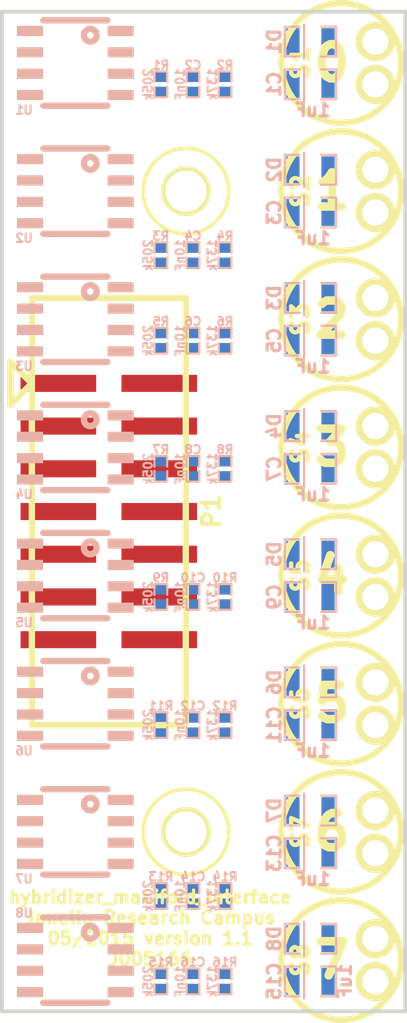
<source format=kicad_pcb>
(kicad_pcb (version 4) (host pcbnew 0.201505120158+5650~23~ubuntu14.04.1-product)

  (general
    (links 0)
    (no_connects 123)
    (area 25.285699 25.285699 49.479201 84.950301)
    (thickness 1.6)
    (drawings 13)
    (tracks 0)
    (zones 0)
    (modules 59)
    (nets 52)
  )

  (page A4)
  (title_block
    (title hybridizer_manifold_interface)
    (rev 1.1)
  )

  (layers
    (0 F.Cu signal)
    (31 B.Cu signal)
    (32 B.Adhes user)
    (33 F.Adhes user)
    (34 B.Paste user)
    (35 F.Paste user)
    (36 B.SilkS user)
    (37 F.SilkS user)
    (38 B.Mask user)
    (39 F.Mask user)
    (40 Dwgs.User user)
    (41 Cmts.User user)
    (42 Eco1.User user)
    (43 Eco2.User user)
    (44 Edge.Cuts user)
    (45 Margin user)
    (46 B.CrtYd user)
    (47 F.CrtYd user)
    (48 B.Fab user)
    (49 F.Fab user)
  )

  (setup
    (last_trace_width 0.254)
    (trace_clearance 0.254)
    (zone_clearance 0.2032)
    (zone_45_only no)
    (trace_min 0.2)
    (segment_width 0.2)
    (edge_width 0.2286)
    (via_size 0.889)
    (via_drill 0.635)
    (via_min_size 0.4)
    (via_min_drill 0.3)
    (uvia_size 0.508)
    (uvia_drill 0.127)
    (uvias_allowed no)
    (uvia_min_size 0)
    (uvia_min_drill 0)
    (pcb_text_width 0.3)
    (pcb_text_size 1.5 1.5)
    (mod_edge_width 0.15)
    (mod_text_size 1 1)
    (mod_text_width 0.15)
    (pad_size 8.382 8.382)
    (pad_drill 7.62)
    (pad_to_mask_clearance 0.2)
    (aux_axis_origin 0 0)
    (grid_origin 37.38245 55.118)
    (visible_elements FFFFF77F)
    (pcbplotparams
      (layerselection 0x000f0_80000001)
      (usegerberextensions true)
      (excludeedgelayer false)
      (linewidth 0.100000)
      (plotframeref false)
      (viasonmask false)
      (mode 1)
      (useauxorigin false)
      (hpglpennumber 1)
      (hpglpenspeed 20)
      (hpglpendiameter 15)
      (hpglpenoverlay 2)
      (psnegative false)
      (psa4output false)
      (plotreference true)
      (plotvalue true)
      (plotinvisibletext false)
      (padsonsilk false)
      (subtractmaskfromsilk true)
      (outputformat 1)
      (mirror false)
      (drillshape 0)
      (scaleselection 1)
      (outputdirectory gerbers/))
  )

  (net 0 "")
  (net 1 VAA)
  (net 2 GND)
  (net 3 "Net-(C2-Pad1)")
  (net 4 "Net-(C4-Pad1)")
  (net 5 "Net-(C6-Pad1)")
  (net 6 "Net-(C8-Pad1)")
  (net 7 "Net-(C10-Pad1)")
  (net 8 "Net-(C12-Pad1)")
  (net 9 "Net-(C14-Pad1)")
  (net 10 "Net-(C16-Pad1)")
  (net 11 /SH0)
  (net 12 /SH1)
  (net 13 /SH2)
  (net 14 /SH3)
  (net 15 /SH4)
  (net 16 /SH5)
  (net 17 /SH6)
  (net 18 /SH7)
  (net 19 /IO7)
  (net 20 /IO6)
  (net 21 "Net-(P1-Pad5)")
  (net 22 /IO0)
  (net 23 /IO1)
  (net 24 /IO2)
  (net 25 /IO3)
  (net 26 /IO4)
  (net 27 /IO5)
  (net 28 "Net-(R1-Pad1)")
  (net 29 "Net-(R2-Pad1)")
  (net 30 "Net-(R3-Pad1)")
  (net 31 "Net-(R4-Pad1)")
  (net 32 "Net-(R5-Pad1)")
  (net 33 "Net-(R6-Pad1)")
  (net 34 "Net-(R7-Pad1)")
  (net 35 "Net-(R8-Pad1)")
  (net 36 "Net-(R9-Pad1)")
  (net 37 "Net-(R10-Pad1)")
  (net 38 "Net-(R11-Pad1)")
  (net 39 "Net-(R12-Pad1)")
  (net 40 "Net-(R13-Pad1)")
  (net 41 "Net-(R14-Pad1)")
  (net 42 "Net-(R15-Pad1)")
  (net 43 "Net-(R16-Pad1)")
  (net 44 "Net-(U1-Pad7)")
  (net 45 "Net-(U2-Pad7)")
  (net 46 "Net-(U3-Pad7)")
  (net 47 "Net-(U4-Pad7)")
  (net 48 "Net-(U5-Pad7)")
  (net 49 "Net-(U6-Pad7)")
  (net 50 "Net-(U7-Pad7)")
  (net 51 "Net-(U8-Pad7)")

  (net_class Default "This is the default net class."
    (clearance 0.254)
    (trace_width 0.254)
    (via_dia 0.889)
    (via_drill 0.635)
    (uvia_dia 0.508)
    (uvia_drill 0.127)
    (add_net /IO0)
    (add_net /IO1)
    (add_net /IO2)
    (add_net /IO3)
    (add_net /IO4)
    (add_net /IO5)
    (add_net /IO6)
    (add_net /IO7)
    (add_net /SH0)
    (add_net /SH1)
    (add_net /SH2)
    (add_net /SH3)
    (add_net /SH4)
    (add_net /SH5)
    (add_net /SH6)
    (add_net /SH7)
    (add_net GND)
    (add_net "Net-(C10-Pad1)")
    (add_net "Net-(C12-Pad1)")
    (add_net "Net-(C14-Pad1)")
    (add_net "Net-(C16-Pad1)")
    (add_net "Net-(C2-Pad1)")
    (add_net "Net-(C4-Pad1)")
    (add_net "Net-(C6-Pad1)")
    (add_net "Net-(C8-Pad1)")
    (add_net "Net-(P1-Pad5)")
    (add_net "Net-(R1-Pad1)")
    (add_net "Net-(R10-Pad1)")
    (add_net "Net-(R11-Pad1)")
    (add_net "Net-(R12-Pad1)")
    (add_net "Net-(R13-Pad1)")
    (add_net "Net-(R14-Pad1)")
    (add_net "Net-(R15-Pad1)")
    (add_net "Net-(R16-Pad1)")
    (add_net "Net-(R2-Pad1)")
    (add_net "Net-(R3-Pad1)")
    (add_net "Net-(R4-Pad1)")
    (add_net "Net-(R5-Pad1)")
    (add_net "Net-(R6-Pad1)")
    (add_net "Net-(R7-Pad1)")
    (add_net "Net-(R8-Pad1)")
    (add_net "Net-(R9-Pad1)")
    (add_net "Net-(U1-Pad7)")
    (add_net "Net-(U2-Pad7)")
    (add_net "Net-(U3-Pad7)")
    (add_net "Net-(U4-Pad7)")
    (add_net "Net-(U5-Pad7)")
    (add_net "Net-(U6-Pad7)")
    (add_net "Net-(U7-Pad7)")
    (add_net "Net-(U8-Pad7)")
  )

  (net_class GND ""
    (clearance 0.254)
    (trace_width 0.508)
    (via_dia 0.889)
    (via_drill 0.635)
    (uvia_dia 0.508)
    (uvia_drill 0.127)
  )

  (net_class POWER ""
    (clearance 0.254)
    (trace_width 0.8128)
    (via_dia 0.889)
    (via_drill 0.635)
    (uvia_dia 0.508)
    (uvia_drill 0.127)
    (add_net VAA)
  )

  (net_class SIGNAL ""
    (clearance 0.254)
    (trace_width 0.4064)
    (via_dia 0.889)
    (via_drill 0.635)
    (uvia_dia 0.508)
    (uvia_drill 0.127)
  )

  (module hybridizer_manifold_interface:LEE_VALVE_PLUG_IN (layer F.Cu) (tedit 55535E08) (tstamp 55428C47)
    (at 47.5869 28.448 270)
    (path /5542A27A)
    (fp_text reference S1 (at 0 4.445 270) (layer F.SilkS)
      (effects (font (size 1.016 1.016) (thickness 0.254)))
    )
    (fp_text value LEE_VALVE_PLUG_IN (at 0 -1.905 270) (layer F.SilkS) hide
      (effects (font (size 1.016 1.016) (thickness 0.1016)))
    )
    (fp_circle (center 0 2.032) (end 0 -1.524) (layer F.SilkS) (width 0.381))
    (pad 1 thru_hole circle (at -1.27 0 270) (size 2.3368 2.3368) (drill 1.5494) (layers *.Cu *.Mask F.SilkS)
      (net 11 /SH0) (solder_mask_margin 0.0508) (clearance 0.0508))
    (pad 2 thru_hole circle (at 1.27 0 270) (size 2.3368 2.3368) (drill 1.5494) (layers *.Cu *.Mask F.SilkS)
      (net 2 GND) (solder_mask_margin 0.0508) (clearance 0.0508))
  )

  (module hybridizer_manifold_interface:LEE_VALVE_PLUG_IN (layer F.Cu) (tedit 55535E08) (tstamp 55428C4E)
    (at 47.5869 36.068 270)
    (path /5542A342)
    (fp_text reference S2 (at 0 4.445 270) (layer F.SilkS)
      (effects (font (size 1.016 1.016) (thickness 0.254)))
    )
    (fp_text value LEE_VALVE_PLUG_IN (at 0 -1.905 270) (layer F.SilkS) hide
      (effects (font (size 1.016 1.016) (thickness 0.1016)))
    )
    (fp_circle (center 0 2.032) (end 0 -1.524) (layer F.SilkS) (width 0.381))
    (pad 1 thru_hole circle (at -1.27 0 270) (size 2.3368 2.3368) (drill 1.5494) (layers *.Cu *.Mask F.SilkS)
      (net 12 /SH1) (solder_mask_margin 0.0508) (clearance 0.0508))
    (pad 2 thru_hole circle (at 1.27 0 270) (size 2.3368 2.3368) (drill 1.5494) (layers *.Cu *.Mask F.SilkS)
      (net 2 GND) (solder_mask_margin 0.0508) (clearance 0.0508))
  )

  (module hybridizer_manifold_interface:LEE_VALVE_PLUG_IN (layer F.Cu) (tedit 55535E08) (tstamp 55428C55)
    (at 47.5869 43.688 270)
    (path /5542A3F9)
    (fp_text reference S3 (at 0 4.445 270) (layer F.SilkS)
      (effects (font (size 1.016 1.016) (thickness 0.254)))
    )
    (fp_text value LEE_VALVE_PLUG_IN (at 0 -1.905 270) (layer F.SilkS) hide
      (effects (font (size 1.016 1.016) (thickness 0.1016)))
    )
    (fp_circle (center 0 2.032) (end 0 -1.524) (layer F.SilkS) (width 0.381))
    (pad 1 thru_hole circle (at -1.27 0 270) (size 2.3368 2.3368) (drill 1.5494) (layers *.Cu *.Mask F.SilkS)
      (net 13 /SH2) (solder_mask_margin 0.0508) (clearance 0.0508))
    (pad 2 thru_hole circle (at 1.27 0 270) (size 2.3368 2.3368) (drill 1.5494) (layers *.Cu *.Mask F.SilkS)
      (net 2 GND) (solder_mask_margin 0.0508) (clearance 0.0508))
  )

  (module hybridizer_manifold_interface:LEE_VALVE_PLUG_IN (layer F.Cu) (tedit 55535E08) (tstamp 55428C5C)
    (at 47.5869 51.308 270)
    (path /5542A461)
    (fp_text reference S4 (at 0 4.445 270) (layer F.SilkS)
      (effects (font (size 1.016 1.016) (thickness 0.254)))
    )
    (fp_text value LEE_VALVE_PLUG_IN (at 0 -1.905 270) (layer F.SilkS) hide
      (effects (font (size 1.016 1.016) (thickness 0.1016)))
    )
    (fp_circle (center 0 2.032) (end 0 -1.524) (layer F.SilkS) (width 0.381))
    (pad 1 thru_hole circle (at -1.27 0 270) (size 2.3368 2.3368) (drill 1.5494) (layers *.Cu *.Mask F.SilkS)
      (net 14 /SH3) (solder_mask_margin 0.0508) (clearance 0.0508))
    (pad 2 thru_hole circle (at 1.27 0 270) (size 2.3368 2.3368) (drill 1.5494) (layers *.Cu *.Mask F.SilkS)
      (net 2 GND) (solder_mask_margin 0.0508) (clearance 0.0508))
  )

  (module hybridizer_manifold_interface:LEE_VALVE_PLUG_IN (layer F.Cu) (tedit 55535E08) (tstamp 55428C63)
    (at 47.5869 58.928 270)
    (path /5542A4D4)
    (fp_text reference S5 (at 0 4.445 270) (layer F.SilkS)
      (effects (font (size 1.016 1.016) (thickness 0.254)))
    )
    (fp_text value LEE_VALVE_PLUG_IN (at 0 -1.905 270) (layer F.SilkS) hide
      (effects (font (size 1.016 1.016) (thickness 0.1016)))
    )
    (fp_circle (center 0 2.032) (end 0 -1.524) (layer F.SilkS) (width 0.381))
    (pad 1 thru_hole circle (at -1.27 0 270) (size 2.3368 2.3368) (drill 1.5494) (layers *.Cu *.Mask F.SilkS)
      (net 15 /SH4) (solder_mask_margin 0.0508) (clearance 0.0508))
    (pad 2 thru_hole circle (at 1.27 0 270) (size 2.3368 2.3368) (drill 1.5494) (layers *.Cu *.Mask F.SilkS)
      (net 2 GND) (solder_mask_margin 0.0508) (clearance 0.0508))
  )

  (module hybridizer_manifold_interface:LEE_VALVE_PLUG_IN (layer F.Cu) (tedit 55535E08) (tstamp 55428C6A)
    (at 47.5869 66.548 270)
    (path /5542A546)
    (fp_text reference S6 (at 0 4.445 270) (layer F.SilkS)
      (effects (font (size 1.016 1.016) (thickness 0.254)))
    )
    (fp_text value LEE_VALVE_PLUG_IN (at 0 -1.905 270) (layer F.SilkS) hide
      (effects (font (size 1.016 1.016) (thickness 0.1016)))
    )
    (fp_circle (center 0 2.032) (end 0 -1.524) (layer F.SilkS) (width 0.381))
    (pad 1 thru_hole circle (at -1.27 0 270) (size 2.3368 2.3368) (drill 1.5494) (layers *.Cu *.Mask F.SilkS)
      (net 16 /SH5) (solder_mask_margin 0.0508) (clearance 0.0508))
    (pad 2 thru_hole circle (at 1.27 0 270) (size 2.3368 2.3368) (drill 1.5494) (layers *.Cu *.Mask F.SilkS)
      (net 2 GND) (solder_mask_margin 0.0508) (clearance 0.0508))
  )

  (module hybridizer_manifold_interface:LEE_VALVE_PLUG_IN (layer F.Cu) (tedit 55535E08) (tstamp 55428C71)
    (at 47.5869 74.168 270)
    (path /5542A5C1)
    (fp_text reference S7 (at 0 4.445 270) (layer F.SilkS)
      (effects (font (size 1.016 1.016) (thickness 0.254)))
    )
    (fp_text value LEE_VALVE_PLUG_IN (at 0 -1.905 270) (layer F.SilkS) hide
      (effects (font (size 1.016 1.016) (thickness 0.1016)))
    )
    (fp_circle (center 0 2.032) (end 0 -1.524) (layer F.SilkS) (width 0.381))
    (pad 1 thru_hole circle (at -1.27 0 270) (size 2.3368 2.3368) (drill 1.5494) (layers *.Cu *.Mask F.SilkS)
      (net 17 /SH6) (solder_mask_margin 0.0508) (clearance 0.0508))
    (pad 2 thru_hole circle (at 1.27 0 270) (size 2.3368 2.3368) (drill 1.5494) (layers *.Cu *.Mask F.SilkS)
      (net 2 GND) (solder_mask_margin 0.0508) (clearance 0.0508))
  )

  (module hybridizer_manifold_interface:LEE_VALVE_PLUG_IN (layer F.Cu) (tedit 55535E08) (tstamp 55428C78)
    (at 47.5869 81.788 270)
    (path /5542A621)
    (fp_text reference S8 (at 0 4.445 270) (layer F.SilkS)
      (effects (font (size 1.016 1.016) (thickness 0.254)))
    )
    (fp_text value LEE_VALVE_PLUG_IN (at 0 -1.905 270) (layer F.SilkS) hide
      (effects (font (size 1.016 1.016) (thickness 0.1016)))
    )
    (fp_circle (center 0 2.032) (end 0 -1.524) (layer F.SilkS) (width 0.381))
    (pad 1 thru_hole circle (at -1.27 0 270) (size 2.3368 2.3368) (drill 1.5494) (layers *.Cu *.Mask F.SilkS)
      (net 18 /SH7) (solder_mask_margin 0.0508) (clearance 0.0508))
    (pad 2 thru_hole circle (at 1.27 0 270) (size 2.3368 2.3368) (drill 1.5494) (layers *.Cu *.Mask F.SilkS)
      (net 2 GND) (solder_mask_margin 0.0508) (clearance 0.0508))
  )

  (module hybridizer_manifold_interface:HEADER_02x07_SMD (layer F.Cu) (tedit 5553974D) (tstamp 5553A671)
    (at 31.75 55.118 90)
    (path /5553659F)
    (fp_text reference P1 (at 0 6.096 90) (layer F.SilkS)
      (effects (font (size 1.016 1.016) (thickness 0.254)))
    )
    (fp_text value HEADER_02X07_SMD (at 0.127 -5.969 90) (layer F.SilkS) hide
      (effects (font (size 1.016 1.016) (thickness 0.254)))
    )
    (fp_line (start -12.7 4.572) (end 12.7 4.572) (layer F.SilkS) (width 0.381))
    (fp_line (start -12.7 -4.572) (end 12.7 -4.572) (layer F.SilkS) (width 0.381))
    (fp_line (start -12.7 -4.572) (end -12.7 4.572) (layer F.SilkS) (width 0.381))
    (fp_line (start 12.7 -4.572) (end 12.7 4.572) (layer F.SilkS) (width 0.381))
    (fp_line (start 7.62 -4.572) (end 8.89 -5.842) (layer F.SilkS) (width 0.381))
    (fp_line (start 8.89 -5.842) (end 6.35 -5.842) (layer F.SilkS) (width 0.381))
    (fp_line (start 6.35 -5.842) (end 7.62 -4.572) (layer F.SilkS) (width 0.381))
    (pad 2 smd rect (at 7.62 2.9972 90) (size 1.016 4.4958) (layers F.Cu F.Paste F.Mask)
      (net 2 GND))
    (pad 1 smd rect (at 7.62 -2.9972 90) (size 1.016 4.4958) (layers F.Cu F.Paste F.Mask)
      (net 1 VAA))
    (pad 14 smd rect (at -7.62 2.9972 90) (size 1.016 4.4958) (layers F.Cu F.Paste F.Mask)
      (net 19 /IO7))
    (pad 13 smd rect (at -7.62 -2.9972 90) (size 1.016 4.4958) (layers F.Cu F.Paste F.Mask)
      (net 20 /IO6))
    (pad 3 smd rect (at 5.08 -2.9972 90) (size 1.016 4.4958) (layers F.Cu F.Paste F.Mask)
      (net 1 VAA))
    (pad 4 smd rect (at 5.08 2.9972 90) (size 1.016 4.4958) (layers F.Cu F.Paste F.Mask)
      (net 2 GND))
    (pad 5 smd rect (at 2.54 -2.9972 90) (size 1.016 4.4958) (layers F.Cu F.Paste F.Mask)
      (net 21 "Net-(P1-Pad5)"))
    (pad 6 smd rect (at 2.54 2.9972 90) (size 1.016 4.4958) (layers F.Cu F.Paste F.Mask)
      (net 2 GND))
    (pad 7 smd rect (at 0 -2.9972 90) (size 1.016 4.4958) (layers F.Cu F.Paste F.Mask)
      (net 22 /IO0))
    (pad 8 smd rect (at 0 2.9972 90) (size 1.016 4.4958) (layers F.Cu F.Paste F.Mask)
      (net 23 /IO1))
    (pad 9 smd rect (at -2.54 -2.9972 90) (size 1.016 4.4958) (layers F.Cu F.Paste F.Mask)
      (net 24 /IO2))
    (pad 10 smd rect (at -2.54 2.9972 90) (size 1.016 4.4958) (layers F.Cu F.Paste F.Mask)
      (net 25 /IO3))
    (pad 11 smd rect (at -5.08 -2.9972 90) (size 1.016 4.4958) (layers F.Cu F.Paste F.Mask)
      (net 26 /IO4))
    (pad 12 smd rect (at -5.08 2.9972 90) (size 1.016 4.4958) (layers F.Cu F.Paste F.Mask)
      (net 27 /IO5))
  )

  (module hybridizer_manifold_interface:SOIC_8 (layer B.Cu) (tedit 5553B3AA) (tstamp 5553A7C0)
    (at 29.76245 81.788 270)
    (path /555421C3)
    (fp_text reference U8 (at -2.794 3.048 540) (layer B.SilkS)
      (effects (font (size 0.508 0.508) (thickness 0.127)) (justify mirror))
    )
    (fp_text value DRV103 (at -3.81 0 540) (layer B.SilkS) hide
      (effects (font (size 1.016 1.016) (thickness 0.254)) (justify mirror))
    )
    (fp_circle (center -1.651 -0.889) (end -1.651 -0.508) (layer B.SilkS) (width 0.381))
    (fp_line (start -2.54 1.905) (end -2.54 -1.905) (layer B.SilkS) (width 0.381))
    (fp_line (start 2.54 1.905) (end 2.54 -1.905) (layer B.SilkS) (width 0.381))
    (pad 1 smd rect (at -1.905 -2.6924 270) (size 0.59944 1.5494) (layers B.Cu B.SilkS B.Mask)
      (net 43 "Net-(R16-Pad1)") (solder_mask_margin 0.0762) (clearance 0.1524))
    (pad 2 smd rect (at -0.635 -2.6924 270) (size 0.59944 1.5494) (layers B.Cu B.SilkS B.Mask)
      (net 10 "Net-(C16-Pad1)") (solder_mask_margin 0.0762) (clearance 0.1524))
    (pad 3 smd rect (at 0.635 -2.6924 270) (size 0.59944 1.5494) (layers B.Cu B.SilkS B.Mask)
      (net 42 "Net-(R15-Pad1)") (solder_mask_margin 0.0762) (clearance 0.1524))
    (pad 4 smd rect (at 1.905 -2.6924 270) (size 0.59944 1.5494) (layers B.Cu B.SilkS B.Mask)
      (net 2 GND) (solder_mask_margin 0.0762) (clearance 0.1524))
    (pad 5 smd rect (at 1.905 2.6924 270) (size 0.59944 1.5494) (layers B.Cu B.SilkS B.Mask)
      (net 18 /SH7) (solder_mask_margin 0.0762) (clearance 0.1524))
    (pad 6 smd rect (at 0.635 2.6924 270) (size 0.59944 1.5494) (layers B.Cu B.SilkS B.Mask)
      (net 1 VAA) (solder_mask_margin 0.0762) (clearance 0.1524))
    (pad 7 smd rect (at -0.635 2.6924 270) (size 0.59944 1.5494) (layers B.Cu B.SilkS B.Mask)
      (net 51 "Net-(U8-Pad7)") (solder_mask_margin 0.0762) (clearance 0.1524))
    (pad 8 smd rect (at -1.905 2.6924 270) (size 0.59944 1.5494) (layers B.Cu B.SilkS B.Mask)
      (net 19 /IO7) (solder_mask_margin 0.0762) (clearance 0.1524))
  )

  (module hybridizer_manifold_interface:SOIC_8 (layer B.Cu) (tedit 55539FE1) (tstamp 5553A7B1)
    (at 29.76245 74.168 270)
    (path /5554215A)
    (fp_text reference U7 (at 2.794 3.048 540) (layer B.SilkS)
      (effects (font (size 0.508 0.508) (thickness 0.127)) (justify mirror))
    )
    (fp_text value DRV103 (at -3.81 0 540) (layer B.SilkS) hide
      (effects (font (size 1.016 1.016) (thickness 0.254)) (justify mirror))
    )
    (fp_circle (center -1.651 -0.889) (end -1.651 -0.508) (layer B.SilkS) (width 0.381))
    (fp_line (start -2.54 1.905) (end -2.54 -1.905) (layer B.SilkS) (width 0.381))
    (fp_line (start 2.54 1.905) (end 2.54 -1.905) (layer B.SilkS) (width 0.381))
    (pad 1 smd rect (at -1.905 -2.6924 270) (size 0.59944 1.5494) (layers B.Cu B.SilkS B.Mask)
      (net 41 "Net-(R14-Pad1)") (solder_mask_margin 0.0762) (clearance 0.1524))
    (pad 2 smd rect (at -0.635 -2.6924 270) (size 0.59944 1.5494) (layers B.Cu B.SilkS B.Mask)
      (net 9 "Net-(C14-Pad1)") (solder_mask_margin 0.0762) (clearance 0.1524))
    (pad 3 smd rect (at 0.635 -2.6924 270) (size 0.59944 1.5494) (layers B.Cu B.SilkS B.Mask)
      (net 40 "Net-(R13-Pad1)") (solder_mask_margin 0.0762) (clearance 0.1524))
    (pad 4 smd rect (at 1.905 -2.6924 270) (size 0.59944 1.5494) (layers B.Cu B.SilkS B.Mask)
      (net 2 GND) (solder_mask_margin 0.0762) (clearance 0.1524))
    (pad 5 smd rect (at 1.905 2.6924 270) (size 0.59944 1.5494) (layers B.Cu B.SilkS B.Mask)
      (net 17 /SH6) (solder_mask_margin 0.0762) (clearance 0.1524))
    (pad 6 smd rect (at 0.635 2.6924 270) (size 0.59944 1.5494) (layers B.Cu B.SilkS B.Mask)
      (net 1 VAA) (solder_mask_margin 0.0762) (clearance 0.1524))
    (pad 7 smd rect (at -0.635 2.6924 270) (size 0.59944 1.5494) (layers B.Cu B.SilkS B.Mask)
      (net 50 "Net-(U7-Pad7)") (solder_mask_margin 0.0762) (clearance 0.1524))
    (pad 8 smd rect (at -1.905 2.6924 270) (size 0.59944 1.5494) (layers B.Cu B.SilkS B.Mask)
      (net 20 /IO6) (solder_mask_margin 0.0762) (clearance 0.1524))
  )

  (module hybridizer_manifold_interface:SOIC_8 (layer B.Cu) (tedit 55539FE1) (tstamp 5553A7A2)
    (at 29.76245 66.548 270)
    (path /555420F1)
    (fp_text reference U6 (at 2.794 3.048 540) (layer B.SilkS)
      (effects (font (size 0.508 0.508) (thickness 0.127)) (justify mirror))
    )
    (fp_text value DRV103 (at -3.81 0 540) (layer B.SilkS) hide
      (effects (font (size 1.016 1.016) (thickness 0.254)) (justify mirror))
    )
    (fp_circle (center -1.651 -0.889) (end -1.651 -0.508) (layer B.SilkS) (width 0.381))
    (fp_line (start -2.54 1.905) (end -2.54 -1.905) (layer B.SilkS) (width 0.381))
    (fp_line (start 2.54 1.905) (end 2.54 -1.905) (layer B.SilkS) (width 0.381))
    (pad 1 smd rect (at -1.905 -2.6924 270) (size 0.59944 1.5494) (layers B.Cu B.SilkS B.Mask)
      (net 39 "Net-(R12-Pad1)") (solder_mask_margin 0.0762) (clearance 0.1524))
    (pad 2 smd rect (at -0.635 -2.6924 270) (size 0.59944 1.5494) (layers B.Cu B.SilkS B.Mask)
      (net 8 "Net-(C12-Pad1)") (solder_mask_margin 0.0762) (clearance 0.1524))
    (pad 3 smd rect (at 0.635 -2.6924 270) (size 0.59944 1.5494) (layers B.Cu B.SilkS B.Mask)
      (net 38 "Net-(R11-Pad1)") (solder_mask_margin 0.0762) (clearance 0.1524))
    (pad 4 smd rect (at 1.905 -2.6924 270) (size 0.59944 1.5494) (layers B.Cu B.SilkS B.Mask)
      (net 2 GND) (solder_mask_margin 0.0762) (clearance 0.1524))
    (pad 5 smd rect (at 1.905 2.6924 270) (size 0.59944 1.5494) (layers B.Cu B.SilkS B.Mask)
      (net 16 /SH5) (solder_mask_margin 0.0762) (clearance 0.1524))
    (pad 6 smd rect (at 0.635 2.6924 270) (size 0.59944 1.5494) (layers B.Cu B.SilkS B.Mask)
      (net 1 VAA) (solder_mask_margin 0.0762) (clearance 0.1524))
    (pad 7 smd rect (at -0.635 2.6924 270) (size 0.59944 1.5494) (layers B.Cu B.SilkS B.Mask)
      (net 49 "Net-(U6-Pad7)") (solder_mask_margin 0.0762) (clearance 0.1524))
    (pad 8 smd rect (at -1.905 2.6924 270) (size 0.59944 1.5494) (layers B.Cu B.SilkS B.Mask)
      (net 27 /IO5) (solder_mask_margin 0.0762) (clearance 0.1524))
  )

  (module hybridizer_manifold_interface:SOIC_8 (layer B.Cu) (tedit 55539FE1) (tstamp 5553A793)
    (at 29.76245 58.928 270)
    (path /55542088)
    (fp_text reference U5 (at 2.794 3.048 540) (layer B.SilkS)
      (effects (font (size 0.508 0.508) (thickness 0.127)) (justify mirror))
    )
    (fp_text value DRV103 (at -3.81 0 540) (layer B.SilkS) hide
      (effects (font (size 1.016 1.016) (thickness 0.254)) (justify mirror))
    )
    (fp_circle (center -1.651 -0.889) (end -1.651 -0.508) (layer B.SilkS) (width 0.381))
    (fp_line (start -2.54 1.905) (end -2.54 -1.905) (layer B.SilkS) (width 0.381))
    (fp_line (start 2.54 1.905) (end 2.54 -1.905) (layer B.SilkS) (width 0.381))
    (pad 1 smd rect (at -1.905 -2.6924 270) (size 0.59944 1.5494) (layers B.Cu B.SilkS B.Mask)
      (net 37 "Net-(R10-Pad1)") (solder_mask_margin 0.0762) (clearance 0.1524))
    (pad 2 smd rect (at -0.635 -2.6924 270) (size 0.59944 1.5494) (layers B.Cu B.SilkS B.Mask)
      (net 7 "Net-(C10-Pad1)") (solder_mask_margin 0.0762) (clearance 0.1524))
    (pad 3 smd rect (at 0.635 -2.6924 270) (size 0.59944 1.5494) (layers B.Cu B.SilkS B.Mask)
      (net 36 "Net-(R9-Pad1)") (solder_mask_margin 0.0762) (clearance 0.1524))
    (pad 4 smd rect (at 1.905 -2.6924 270) (size 0.59944 1.5494) (layers B.Cu B.SilkS B.Mask)
      (net 2 GND) (solder_mask_margin 0.0762) (clearance 0.1524))
    (pad 5 smd rect (at 1.905 2.6924 270) (size 0.59944 1.5494) (layers B.Cu B.SilkS B.Mask)
      (net 15 /SH4) (solder_mask_margin 0.0762) (clearance 0.1524))
    (pad 6 smd rect (at 0.635 2.6924 270) (size 0.59944 1.5494) (layers B.Cu B.SilkS B.Mask)
      (net 1 VAA) (solder_mask_margin 0.0762) (clearance 0.1524))
    (pad 7 smd rect (at -0.635 2.6924 270) (size 0.59944 1.5494) (layers B.Cu B.SilkS B.Mask)
      (net 48 "Net-(U5-Pad7)") (solder_mask_margin 0.0762) (clearance 0.1524))
    (pad 8 smd rect (at -1.905 2.6924 270) (size 0.59944 1.5494) (layers B.Cu B.SilkS B.Mask)
      (net 26 /IO4) (solder_mask_margin 0.0762) (clearance 0.1524))
  )

  (module hybridizer_manifold_interface:SOIC_8 (layer B.Cu) (tedit 55539FE1) (tstamp 5553A784)
    (at 29.76245 51.308 270)
    (path /555413A7)
    (fp_text reference U4 (at 2.794 3.048 540) (layer B.SilkS)
      (effects (font (size 0.508 0.508) (thickness 0.127)) (justify mirror))
    )
    (fp_text value DRV103 (at -3.81 0 540) (layer B.SilkS) hide
      (effects (font (size 1.016 1.016) (thickness 0.254)) (justify mirror))
    )
    (fp_circle (center -1.651 -0.889) (end -1.651 -0.508) (layer B.SilkS) (width 0.381))
    (fp_line (start -2.54 1.905) (end -2.54 -1.905) (layer B.SilkS) (width 0.381))
    (fp_line (start 2.54 1.905) (end 2.54 -1.905) (layer B.SilkS) (width 0.381))
    (pad 1 smd rect (at -1.905 -2.6924 270) (size 0.59944 1.5494) (layers B.Cu B.SilkS B.Mask)
      (net 35 "Net-(R8-Pad1)") (solder_mask_margin 0.0762) (clearance 0.1524))
    (pad 2 smd rect (at -0.635 -2.6924 270) (size 0.59944 1.5494) (layers B.Cu B.SilkS B.Mask)
      (net 6 "Net-(C8-Pad1)") (solder_mask_margin 0.0762) (clearance 0.1524))
    (pad 3 smd rect (at 0.635 -2.6924 270) (size 0.59944 1.5494) (layers B.Cu B.SilkS B.Mask)
      (net 34 "Net-(R7-Pad1)") (solder_mask_margin 0.0762) (clearance 0.1524))
    (pad 4 smd rect (at 1.905 -2.6924 270) (size 0.59944 1.5494) (layers B.Cu B.SilkS B.Mask)
      (net 2 GND) (solder_mask_margin 0.0762) (clearance 0.1524))
    (pad 5 smd rect (at 1.905 2.6924 270) (size 0.59944 1.5494) (layers B.Cu B.SilkS B.Mask)
      (net 14 /SH3) (solder_mask_margin 0.0762) (clearance 0.1524))
    (pad 6 smd rect (at 0.635 2.6924 270) (size 0.59944 1.5494) (layers B.Cu B.SilkS B.Mask)
      (net 1 VAA) (solder_mask_margin 0.0762) (clearance 0.1524))
    (pad 7 smd rect (at -0.635 2.6924 270) (size 0.59944 1.5494) (layers B.Cu B.SilkS B.Mask)
      (net 47 "Net-(U4-Pad7)") (solder_mask_margin 0.0762) (clearance 0.1524))
    (pad 8 smd rect (at -1.905 2.6924 270) (size 0.59944 1.5494) (layers B.Cu B.SilkS B.Mask)
      (net 25 /IO3) (solder_mask_margin 0.0762) (clearance 0.1524))
  )

  (module hybridizer_manifold_interface:SOIC_8 (layer B.Cu) (tedit 55539FE1) (tstamp 5553A775)
    (at 29.76245 43.688 270)
    (path /5554133E)
    (fp_text reference U3 (at 2.794 3.048 540) (layer B.SilkS)
      (effects (font (size 0.508 0.508) (thickness 0.127)) (justify mirror))
    )
    (fp_text value DRV103 (at -3.81 0 540) (layer B.SilkS) hide
      (effects (font (size 1.016 1.016) (thickness 0.254)) (justify mirror))
    )
    (fp_circle (center -1.651 -0.889) (end -1.651 -0.508) (layer B.SilkS) (width 0.381))
    (fp_line (start -2.54 1.905) (end -2.54 -1.905) (layer B.SilkS) (width 0.381))
    (fp_line (start 2.54 1.905) (end 2.54 -1.905) (layer B.SilkS) (width 0.381))
    (pad 1 smd rect (at -1.905 -2.6924 270) (size 0.59944 1.5494) (layers B.Cu B.SilkS B.Mask)
      (net 33 "Net-(R6-Pad1)") (solder_mask_margin 0.0762) (clearance 0.1524))
    (pad 2 smd rect (at -0.635 -2.6924 270) (size 0.59944 1.5494) (layers B.Cu B.SilkS B.Mask)
      (net 5 "Net-(C6-Pad1)") (solder_mask_margin 0.0762) (clearance 0.1524))
    (pad 3 smd rect (at 0.635 -2.6924 270) (size 0.59944 1.5494) (layers B.Cu B.SilkS B.Mask)
      (net 32 "Net-(R5-Pad1)") (solder_mask_margin 0.0762) (clearance 0.1524))
    (pad 4 smd rect (at 1.905 -2.6924 270) (size 0.59944 1.5494) (layers B.Cu B.SilkS B.Mask)
      (net 2 GND) (solder_mask_margin 0.0762) (clearance 0.1524))
    (pad 5 smd rect (at 1.905 2.6924 270) (size 0.59944 1.5494) (layers B.Cu B.SilkS B.Mask)
      (net 13 /SH2) (solder_mask_margin 0.0762) (clearance 0.1524))
    (pad 6 smd rect (at 0.635 2.6924 270) (size 0.59944 1.5494) (layers B.Cu B.SilkS B.Mask)
      (net 1 VAA) (solder_mask_margin 0.0762) (clearance 0.1524))
    (pad 7 smd rect (at -0.635 2.6924 270) (size 0.59944 1.5494) (layers B.Cu B.SilkS B.Mask)
      (net 46 "Net-(U3-Pad7)") (solder_mask_margin 0.0762) (clearance 0.1524))
    (pad 8 smd rect (at -1.905 2.6924 270) (size 0.59944 1.5494) (layers B.Cu B.SilkS B.Mask)
      (net 24 /IO2) (solder_mask_margin 0.0762) (clearance 0.1524))
  )

  (module hybridizer_manifold_interface:SOIC_8 (layer B.Cu) (tedit 55539FE1) (tstamp 5553A766)
    (at 29.76245 36.068 270)
    (path /55540C15)
    (fp_text reference U2 (at 2.794 3.048 540) (layer B.SilkS)
      (effects (font (size 0.508 0.508) (thickness 0.127)) (justify mirror))
    )
    (fp_text value DRV103 (at -3.81 0 540) (layer B.SilkS) hide
      (effects (font (size 1.016 1.016) (thickness 0.254)) (justify mirror))
    )
    (fp_circle (center -1.651 -0.889) (end -1.651 -0.508) (layer B.SilkS) (width 0.381))
    (fp_line (start -2.54 1.905) (end -2.54 -1.905) (layer B.SilkS) (width 0.381))
    (fp_line (start 2.54 1.905) (end 2.54 -1.905) (layer B.SilkS) (width 0.381))
    (pad 1 smd rect (at -1.905 -2.6924 270) (size 0.59944 1.5494) (layers B.Cu B.SilkS B.Mask)
      (net 31 "Net-(R4-Pad1)") (solder_mask_margin 0.0762) (clearance 0.1524))
    (pad 2 smd rect (at -0.635 -2.6924 270) (size 0.59944 1.5494) (layers B.Cu B.SilkS B.Mask)
      (net 4 "Net-(C4-Pad1)") (solder_mask_margin 0.0762) (clearance 0.1524))
    (pad 3 smd rect (at 0.635 -2.6924 270) (size 0.59944 1.5494) (layers B.Cu B.SilkS B.Mask)
      (net 30 "Net-(R3-Pad1)") (solder_mask_margin 0.0762) (clearance 0.1524))
    (pad 4 smd rect (at 1.905 -2.6924 270) (size 0.59944 1.5494) (layers B.Cu B.SilkS B.Mask)
      (net 2 GND) (solder_mask_margin 0.0762) (clearance 0.1524))
    (pad 5 smd rect (at 1.905 2.6924 270) (size 0.59944 1.5494) (layers B.Cu B.SilkS B.Mask)
      (net 12 /SH1) (solder_mask_margin 0.0762) (clearance 0.1524))
    (pad 6 smd rect (at 0.635 2.6924 270) (size 0.59944 1.5494) (layers B.Cu B.SilkS B.Mask)
      (net 1 VAA) (solder_mask_margin 0.0762) (clearance 0.1524))
    (pad 7 smd rect (at -0.635 2.6924 270) (size 0.59944 1.5494) (layers B.Cu B.SilkS B.Mask)
      (net 45 "Net-(U2-Pad7)") (solder_mask_margin 0.0762) (clearance 0.1524))
    (pad 8 smd rect (at -1.905 2.6924 270) (size 0.59944 1.5494) (layers B.Cu B.SilkS B.Mask)
      (net 23 /IO1) (solder_mask_margin 0.0762) (clearance 0.1524))
  )

  (module hybridizer_manifold_interface:SOIC_8 (layer B.Cu) (tedit 55539FE1) (tstamp 5553A757)
    (at 29.76245 28.448 270)
    (path /555378C4)
    (fp_text reference U1 (at 2.794 3.048 540) (layer B.SilkS)
      (effects (font (size 0.508 0.508) (thickness 0.127)) (justify mirror))
    )
    (fp_text value DRV103 (at -3.81 0 540) (layer B.SilkS) hide
      (effects (font (size 1.016 1.016) (thickness 0.254)) (justify mirror))
    )
    (fp_circle (center -1.651 -0.889) (end -1.651 -0.508) (layer B.SilkS) (width 0.381))
    (fp_line (start -2.54 1.905) (end -2.54 -1.905) (layer B.SilkS) (width 0.381))
    (fp_line (start 2.54 1.905) (end 2.54 -1.905) (layer B.SilkS) (width 0.381))
    (pad 1 smd rect (at -1.905 -2.6924 270) (size 0.59944 1.5494) (layers B.Cu B.SilkS B.Mask)
      (net 29 "Net-(R2-Pad1)") (solder_mask_margin 0.0762) (clearance 0.1524))
    (pad 2 smd rect (at -0.635 -2.6924 270) (size 0.59944 1.5494) (layers B.Cu B.SilkS B.Mask)
      (net 3 "Net-(C2-Pad1)") (solder_mask_margin 0.0762) (clearance 0.1524))
    (pad 3 smd rect (at 0.635 -2.6924 270) (size 0.59944 1.5494) (layers B.Cu B.SilkS B.Mask)
      (net 28 "Net-(R1-Pad1)") (solder_mask_margin 0.0762) (clearance 0.1524))
    (pad 4 smd rect (at 1.905 -2.6924 270) (size 0.59944 1.5494) (layers B.Cu B.SilkS B.Mask)
      (net 2 GND) (solder_mask_margin 0.0762) (clearance 0.1524))
    (pad 5 smd rect (at 1.905 2.6924 270) (size 0.59944 1.5494) (layers B.Cu B.SilkS B.Mask)
      (net 11 /SH0) (solder_mask_margin 0.0762) (clearance 0.1524))
    (pad 6 smd rect (at 0.635 2.6924 270) (size 0.59944 1.5494) (layers B.Cu B.SilkS B.Mask)
      (net 1 VAA) (solder_mask_margin 0.0762) (clearance 0.1524))
    (pad 7 smd rect (at -0.635 2.6924 270) (size 0.59944 1.5494) (layers B.Cu B.SilkS B.Mask)
      (net 44 "Net-(U1-Pad7)") (solder_mask_margin 0.0762) (clearance 0.1524))
    (pad 8 smd rect (at -1.905 2.6924 270) (size 0.59944 1.5494) (layers B.Cu B.SilkS B.Mask)
      (net 22 /IO0) (solder_mask_margin 0.0762) (clearance 0.1524))
  )

  (module hybridizer_manifold_interface:mounting_hole (layer F.Cu) (tedit 5553AEC9) (tstamp 5553D36E)
    (at 36.3347 74.168)
    (fp_text reference MOUNTING_HOLE_2 (at 0 2.54) (layer F.SilkS) hide
      (effects (font (size 1.016 1.016) (thickness 0.254)))
    )
    (fp_text value mounting_hole (at 0 -2.54) (layer F.SilkS) hide
      (effects (font (size 1.016 1.016) (thickness 0.254)))
    )
    (fp_circle (center 0 0) (end 2.54 0) (layer F.SilkS) (width 0.2286))
    (pad "" thru_hole circle (at 0 0) (size 2.9464 2.9464) (drill 2.4384) (layers *.Cu *.Mask F.SilkS)
      (solder_mask_margin 0.0508) (clearance 0.0508))
  )

  (module hybridizer_manifold_interface:mounting_hole (layer F.Cu) (tedit 5553AEC9) (tstamp 5553CBFB)
    (at 36.3347 36.068)
    (fp_text reference MOUNTING_HOLE_1 (at 0 2.54) (layer F.SilkS) hide
      (effects (font (size 1.016 1.016) (thickness 0.254)))
    )
    (fp_text value mounting_hole (at 0 -2.54) (layer F.SilkS) hide
      (effects (font (size 1.016 1.016) (thickness 0.254)))
    )
    (fp_circle (center 0 0) (end 2.54 0) (layer F.SilkS) (width 0.2286))
    (pad "" thru_hole circle (at 0 0) (size 2.9464 2.9464) (drill 2.4384) (layers *.Cu *.Mask F.SilkS)
      (solder_mask_margin 0.0508) (clearance 0.0508))
  )

  (module hybridizer_manifold_interface:SM0402 (layer B.Cu) (tedit 5553B01A) (tstamp 5553E4FB)
    (at 36.74745 29.718 270)
    (tags "CMS SM")
    (path /5554B995)
    (attr smd)
    (fp_text reference C2 (at -1.143 0 540) (layer B.SilkS)
      (effects (font (size 0.508 0.508) (thickness 0.127)) (justify mirror))
    )
    (fp_text value 10nF (at 0 0.762 450) (layer B.SilkS)
      (effects (font (size 0.508 0.508) (thickness 0.127)) (justify mirror))
    )
    (fp_line (start -0.127 0.381) (end -0.762 0.381) (layer B.SilkS) (width 0.127))
    (fp_line (start -0.762 0.381) (end -0.762 -0.381) (layer B.SilkS) (width 0.127))
    (fp_line (start -0.762 -0.381) (end -0.127 -0.381) (layer B.SilkS) (width 0.127))
    (fp_line (start 0.127 0.381) (end 0.762 0.381) (layer B.SilkS) (width 0.127))
    (fp_line (start 0.762 0.381) (end 0.762 -0.381) (layer B.SilkS) (width 0.127))
    (fp_line (start 0.762 -0.381) (end 0.127 -0.381) (layer B.SilkS) (width 0.127))
    (pad 1 smd rect (at -0.44958 0 270) (size 0.61976 0.61976) (layers B.Cu B.Paste B.Mask)
      (net 3 "Net-(C2-Pad1)") (solder_mask_margin 0.0508) (clearance 0.0508))
    (pad 2 smd rect (at 0.44958 0 270) (size 0.61976 0.61976) (layers B.Cu B.Paste B.Mask)
      (net 2 GND) (solder_mask_margin 0.0508) (clearance 0.0508))
    (model smd/chip_cms.wrl
      (at (xyz 0 0 0))
      (scale (xyz 0.17 0.2 0.17))
      (rotate (xyz 0 0 0))
    )
  )

  (module hybridizer_manifold_interface:SM0402 (layer B.Cu) (tedit 5553B01A) (tstamp 5553E506)
    (at 36.74745 39.878 270)
    (tags "CMS SM")
    (path /5554BAE7)
    (attr smd)
    (fp_text reference C4 (at -1.143 0 540) (layer B.SilkS)
      (effects (font (size 0.508 0.508) (thickness 0.127)) (justify mirror))
    )
    (fp_text value 10nF (at 0 0.762 450) (layer B.SilkS)
      (effects (font (size 0.508 0.508) (thickness 0.127)) (justify mirror))
    )
    (fp_line (start -0.127 0.381) (end -0.762 0.381) (layer B.SilkS) (width 0.127))
    (fp_line (start -0.762 0.381) (end -0.762 -0.381) (layer B.SilkS) (width 0.127))
    (fp_line (start -0.762 -0.381) (end -0.127 -0.381) (layer B.SilkS) (width 0.127))
    (fp_line (start 0.127 0.381) (end 0.762 0.381) (layer B.SilkS) (width 0.127))
    (fp_line (start 0.762 0.381) (end 0.762 -0.381) (layer B.SilkS) (width 0.127))
    (fp_line (start 0.762 -0.381) (end 0.127 -0.381) (layer B.SilkS) (width 0.127))
    (pad 1 smd rect (at -0.44958 0 270) (size 0.61976 0.61976) (layers B.Cu B.Paste B.Mask)
      (net 4 "Net-(C4-Pad1)") (solder_mask_margin 0.0508) (clearance 0.0508))
    (pad 2 smd rect (at 0.44958 0 270) (size 0.61976 0.61976) (layers B.Cu B.Paste B.Mask)
      (net 2 GND) (solder_mask_margin 0.0508) (clearance 0.0508))
    (model smd/chip_cms.wrl
      (at (xyz 0 0 0))
      (scale (xyz 0.17 0.2 0.17))
      (rotate (xyz 0 0 0))
    )
  )

  (module hybridizer_manifold_interface:SM0402 (layer B.Cu) (tedit 5553B01A) (tstamp 5553E511)
    (at 36.74745 44.958 270)
    (tags "CMS SM")
    (path /5554BCF6)
    (attr smd)
    (fp_text reference C6 (at -1.143 0 540) (layer B.SilkS)
      (effects (font (size 0.508 0.508) (thickness 0.127)) (justify mirror))
    )
    (fp_text value 10nF (at 0 0.762 450) (layer B.SilkS)
      (effects (font (size 0.508 0.508) (thickness 0.127)) (justify mirror))
    )
    (fp_line (start -0.127 0.381) (end -0.762 0.381) (layer B.SilkS) (width 0.127))
    (fp_line (start -0.762 0.381) (end -0.762 -0.381) (layer B.SilkS) (width 0.127))
    (fp_line (start -0.762 -0.381) (end -0.127 -0.381) (layer B.SilkS) (width 0.127))
    (fp_line (start 0.127 0.381) (end 0.762 0.381) (layer B.SilkS) (width 0.127))
    (fp_line (start 0.762 0.381) (end 0.762 -0.381) (layer B.SilkS) (width 0.127))
    (fp_line (start 0.762 -0.381) (end 0.127 -0.381) (layer B.SilkS) (width 0.127))
    (pad 1 smd rect (at -0.44958 0 270) (size 0.61976 0.61976) (layers B.Cu B.Paste B.Mask)
      (net 5 "Net-(C6-Pad1)") (solder_mask_margin 0.0508) (clearance 0.0508))
    (pad 2 smd rect (at 0.44958 0 270) (size 0.61976 0.61976) (layers B.Cu B.Paste B.Mask)
      (net 2 GND) (solder_mask_margin 0.0508) (clearance 0.0508))
    (model smd/chip_cms.wrl
      (at (xyz 0 0 0))
      (scale (xyz 0.17 0.2 0.17))
      (rotate (xyz 0 0 0))
    )
  )

  (module hybridizer_manifold_interface:SM0402 (layer B.Cu) (tedit 5553B01A) (tstamp 5553E51C)
    (at 36.74745 52.578 270)
    (tags "CMS SM")
    (path /5554BED6)
    (attr smd)
    (fp_text reference C8 (at -1.143 0 540) (layer B.SilkS)
      (effects (font (size 0.508 0.508) (thickness 0.127)) (justify mirror))
    )
    (fp_text value 10nF (at 0 0.762 450) (layer B.SilkS)
      (effects (font (size 0.508 0.508) (thickness 0.127)) (justify mirror))
    )
    (fp_line (start -0.127 0.381) (end -0.762 0.381) (layer B.SilkS) (width 0.127))
    (fp_line (start -0.762 0.381) (end -0.762 -0.381) (layer B.SilkS) (width 0.127))
    (fp_line (start -0.762 -0.381) (end -0.127 -0.381) (layer B.SilkS) (width 0.127))
    (fp_line (start 0.127 0.381) (end 0.762 0.381) (layer B.SilkS) (width 0.127))
    (fp_line (start 0.762 0.381) (end 0.762 -0.381) (layer B.SilkS) (width 0.127))
    (fp_line (start 0.762 -0.381) (end 0.127 -0.381) (layer B.SilkS) (width 0.127))
    (pad 1 smd rect (at -0.44958 0 270) (size 0.61976 0.61976) (layers B.Cu B.Paste B.Mask)
      (net 6 "Net-(C8-Pad1)") (solder_mask_margin 0.0508) (clearance 0.0508))
    (pad 2 smd rect (at 0.44958 0 270) (size 0.61976 0.61976) (layers B.Cu B.Paste B.Mask)
      (net 2 GND) (solder_mask_margin 0.0508) (clearance 0.0508))
    (model smd/chip_cms.wrl
      (at (xyz 0 0 0))
      (scale (xyz 0.17 0.2 0.17))
      (rotate (xyz 0 0 0))
    )
  )

  (module hybridizer_manifold_interface:SM0402 (layer B.Cu) (tedit 5553B01A) (tstamp 5553E527)
    (at 36.74745 60.198 270)
    (tags "CMS SM")
    (path /5554C081)
    (attr smd)
    (fp_text reference C10 (at -1.143 0 540) (layer B.SilkS)
      (effects (font (size 0.508 0.508) (thickness 0.127)) (justify mirror))
    )
    (fp_text value 10nF (at 0 0.762 450) (layer B.SilkS)
      (effects (font (size 0.508 0.508) (thickness 0.127)) (justify mirror))
    )
    (fp_line (start -0.127 0.381) (end -0.762 0.381) (layer B.SilkS) (width 0.127))
    (fp_line (start -0.762 0.381) (end -0.762 -0.381) (layer B.SilkS) (width 0.127))
    (fp_line (start -0.762 -0.381) (end -0.127 -0.381) (layer B.SilkS) (width 0.127))
    (fp_line (start 0.127 0.381) (end 0.762 0.381) (layer B.SilkS) (width 0.127))
    (fp_line (start 0.762 0.381) (end 0.762 -0.381) (layer B.SilkS) (width 0.127))
    (fp_line (start 0.762 -0.381) (end 0.127 -0.381) (layer B.SilkS) (width 0.127))
    (pad 1 smd rect (at -0.44958 0 270) (size 0.61976 0.61976) (layers B.Cu B.Paste B.Mask)
      (net 7 "Net-(C10-Pad1)") (solder_mask_margin 0.0508) (clearance 0.0508))
    (pad 2 smd rect (at 0.44958 0 270) (size 0.61976 0.61976) (layers B.Cu B.Paste B.Mask)
      (net 2 GND) (solder_mask_margin 0.0508) (clearance 0.0508))
    (model smd/chip_cms.wrl
      (at (xyz 0 0 0))
      (scale (xyz 0.17 0.2 0.17))
      (rotate (xyz 0 0 0))
    )
  )

  (module hybridizer_manifold_interface:SM0402 (layer B.Cu) (tedit 5553B01A) (tstamp 5553E532)
    (at 36.74745 67.818 270)
    (tags "CMS SM")
    (path /5554C30F)
    (attr smd)
    (fp_text reference C12 (at -1.143 0 540) (layer B.SilkS)
      (effects (font (size 0.508 0.508) (thickness 0.127)) (justify mirror))
    )
    (fp_text value 10nF (at 0 0.762 450) (layer B.SilkS)
      (effects (font (size 0.508 0.508) (thickness 0.127)) (justify mirror))
    )
    (fp_line (start -0.127 0.381) (end -0.762 0.381) (layer B.SilkS) (width 0.127))
    (fp_line (start -0.762 0.381) (end -0.762 -0.381) (layer B.SilkS) (width 0.127))
    (fp_line (start -0.762 -0.381) (end -0.127 -0.381) (layer B.SilkS) (width 0.127))
    (fp_line (start 0.127 0.381) (end 0.762 0.381) (layer B.SilkS) (width 0.127))
    (fp_line (start 0.762 0.381) (end 0.762 -0.381) (layer B.SilkS) (width 0.127))
    (fp_line (start 0.762 -0.381) (end 0.127 -0.381) (layer B.SilkS) (width 0.127))
    (pad 1 smd rect (at -0.44958 0 270) (size 0.61976 0.61976) (layers B.Cu B.Paste B.Mask)
      (net 8 "Net-(C12-Pad1)") (solder_mask_margin 0.0508) (clearance 0.0508))
    (pad 2 smd rect (at 0.44958 0 270) (size 0.61976 0.61976) (layers B.Cu B.Paste B.Mask)
      (net 2 GND) (solder_mask_margin 0.0508) (clearance 0.0508))
    (model smd/chip_cms.wrl
      (at (xyz 0 0 0))
      (scale (xyz 0.17 0.2 0.17))
      (rotate (xyz 0 0 0))
    )
  )

  (module hybridizer_manifold_interface:SM0402 (layer B.Cu) (tedit 5553B01A) (tstamp 5553E53D)
    (at 36.74745 77.978 270)
    (tags "CMS SM")
    (path /5554C48B)
    (attr smd)
    (fp_text reference C14 (at -1.143 0 540) (layer B.SilkS)
      (effects (font (size 0.508 0.508) (thickness 0.127)) (justify mirror))
    )
    (fp_text value 10nF (at 0 0.762 450) (layer B.SilkS)
      (effects (font (size 0.508 0.508) (thickness 0.127)) (justify mirror))
    )
    (fp_line (start -0.127 0.381) (end -0.762 0.381) (layer B.SilkS) (width 0.127))
    (fp_line (start -0.762 0.381) (end -0.762 -0.381) (layer B.SilkS) (width 0.127))
    (fp_line (start -0.762 -0.381) (end -0.127 -0.381) (layer B.SilkS) (width 0.127))
    (fp_line (start 0.127 0.381) (end 0.762 0.381) (layer B.SilkS) (width 0.127))
    (fp_line (start 0.762 0.381) (end 0.762 -0.381) (layer B.SilkS) (width 0.127))
    (fp_line (start 0.762 -0.381) (end 0.127 -0.381) (layer B.SilkS) (width 0.127))
    (pad 1 smd rect (at -0.44958 0 270) (size 0.61976 0.61976) (layers B.Cu B.Paste B.Mask)
      (net 9 "Net-(C14-Pad1)") (solder_mask_margin 0.0508) (clearance 0.0508))
    (pad 2 smd rect (at 0.44958 0 270) (size 0.61976 0.61976) (layers B.Cu B.Paste B.Mask)
      (net 2 GND) (solder_mask_margin 0.0508) (clearance 0.0508))
    (model smd/chip_cms.wrl
      (at (xyz 0 0 0))
      (scale (xyz 0.17 0.2 0.17))
      (rotate (xyz 0 0 0))
    )
  )

  (module hybridizer_manifold_interface:SM0402 (layer B.Cu) (tedit 5553B01A) (tstamp 5553E548)
    (at 36.74745 83.058 270)
    (tags "CMS SM")
    (path /5554C643)
    (attr smd)
    (fp_text reference C16 (at -1.143 0 540) (layer B.SilkS)
      (effects (font (size 0.508 0.508) (thickness 0.127)) (justify mirror))
    )
    (fp_text value 10nF (at 0 0.762 450) (layer B.SilkS)
      (effects (font (size 0.508 0.508) (thickness 0.127)) (justify mirror))
    )
    (fp_line (start -0.127 0.381) (end -0.762 0.381) (layer B.SilkS) (width 0.127))
    (fp_line (start -0.762 0.381) (end -0.762 -0.381) (layer B.SilkS) (width 0.127))
    (fp_line (start -0.762 -0.381) (end -0.127 -0.381) (layer B.SilkS) (width 0.127))
    (fp_line (start 0.127 0.381) (end 0.762 0.381) (layer B.SilkS) (width 0.127))
    (fp_line (start 0.762 0.381) (end 0.762 -0.381) (layer B.SilkS) (width 0.127))
    (fp_line (start 0.762 -0.381) (end 0.127 -0.381) (layer B.SilkS) (width 0.127))
    (pad 1 smd rect (at -0.44958 0 270) (size 0.61976 0.61976) (layers B.Cu B.Paste B.Mask)
      (net 10 "Net-(C16-Pad1)") (solder_mask_margin 0.0508) (clearance 0.0508))
    (pad 2 smd rect (at 0.44958 0 270) (size 0.61976 0.61976) (layers B.Cu B.Paste B.Mask)
      (net 2 GND) (solder_mask_margin 0.0508) (clearance 0.0508))
    (model smd/chip_cms.wrl
      (at (xyz 0 0 0))
      (scale (xyz 0.17 0.2 0.17))
      (rotate (xyz 0 0 0))
    )
  )

  (module hybridizer_manifold_interface:SM0402 (layer B.Cu) (tedit 5553B01A) (tstamp 5553E553)
    (at 34.84245 29.718 270)
    (tags "CMS SM")
    (path /555483BB)
    (attr smd)
    (fp_text reference R1 (at -1.143 0 540) (layer B.SilkS)
      (effects (font (size 0.508 0.508) (thickness 0.127)) (justify mirror))
    )
    (fp_text value 205k (at 0 0.762 450) (layer B.SilkS)
      (effects (font (size 0.508 0.508) (thickness 0.127)) (justify mirror))
    )
    (fp_line (start -0.127 0.381) (end -0.762 0.381) (layer B.SilkS) (width 0.127))
    (fp_line (start -0.762 0.381) (end -0.762 -0.381) (layer B.SilkS) (width 0.127))
    (fp_line (start -0.762 -0.381) (end -0.127 -0.381) (layer B.SilkS) (width 0.127))
    (fp_line (start 0.127 0.381) (end 0.762 0.381) (layer B.SilkS) (width 0.127))
    (fp_line (start 0.762 0.381) (end 0.762 -0.381) (layer B.SilkS) (width 0.127))
    (fp_line (start 0.762 -0.381) (end 0.127 -0.381) (layer B.SilkS) (width 0.127))
    (pad 1 smd rect (at -0.44958 0 270) (size 0.61976 0.61976) (layers B.Cu B.Paste B.Mask)
      (net 28 "Net-(R1-Pad1)") (solder_mask_margin 0.0508) (clearance 0.0508))
    (pad 2 smd rect (at 0.44958 0 270) (size 0.61976 0.61976) (layers B.Cu B.Paste B.Mask)
      (net 2 GND) (solder_mask_margin 0.0508) (clearance 0.0508))
    (model smd/chip_cms.wrl
      (at (xyz 0 0 0))
      (scale (xyz 0.17 0.2 0.17))
      (rotate (xyz 0 0 0))
    )
  )

  (module hybridizer_manifold_interface:SM0402 (layer B.Cu) (tedit 5553B01A) (tstamp 5553E55E)
    (at 38.65245 29.718 270)
    (tags "CMS SM")
    (path /5554A121)
    (attr smd)
    (fp_text reference R2 (at -1.143 0 540) (layer B.SilkS)
      (effects (font (size 0.508 0.508) (thickness 0.127)) (justify mirror))
    )
    (fp_text value 137k (at 0 0.762 450) (layer B.SilkS)
      (effects (font (size 0.508 0.508) (thickness 0.127)) (justify mirror))
    )
    (fp_line (start -0.127 0.381) (end -0.762 0.381) (layer B.SilkS) (width 0.127))
    (fp_line (start -0.762 0.381) (end -0.762 -0.381) (layer B.SilkS) (width 0.127))
    (fp_line (start -0.762 -0.381) (end -0.127 -0.381) (layer B.SilkS) (width 0.127))
    (fp_line (start 0.127 0.381) (end 0.762 0.381) (layer B.SilkS) (width 0.127))
    (fp_line (start 0.762 0.381) (end 0.762 -0.381) (layer B.SilkS) (width 0.127))
    (fp_line (start 0.762 -0.381) (end 0.127 -0.381) (layer B.SilkS) (width 0.127))
    (pad 1 smd rect (at -0.44958 0 270) (size 0.61976 0.61976) (layers B.Cu B.Paste B.Mask)
      (net 29 "Net-(R2-Pad1)") (solder_mask_margin 0.0508) (clearance 0.0508))
    (pad 2 smd rect (at 0.44958 0 270) (size 0.61976 0.61976) (layers B.Cu B.Paste B.Mask)
      (net 2 GND) (solder_mask_margin 0.0508) (clearance 0.0508))
    (model smd/chip_cms.wrl
      (at (xyz 0 0 0))
      (scale (xyz 0.17 0.2 0.17))
      (rotate (xyz 0 0 0))
    )
  )

  (module hybridizer_manifold_interface:SM0402 (layer B.Cu) (tedit 5553B01A) (tstamp 5553E569)
    (at 34.84245 39.878 270)
    (tags "CMS SM")
    (path /555485F1)
    (attr smd)
    (fp_text reference R3 (at -1.143 0 540) (layer B.SilkS)
      (effects (font (size 0.508 0.508) (thickness 0.127)) (justify mirror))
    )
    (fp_text value 205k (at 0 0.762 450) (layer B.SilkS)
      (effects (font (size 0.508 0.508) (thickness 0.127)) (justify mirror))
    )
    (fp_line (start -0.127 0.381) (end -0.762 0.381) (layer B.SilkS) (width 0.127))
    (fp_line (start -0.762 0.381) (end -0.762 -0.381) (layer B.SilkS) (width 0.127))
    (fp_line (start -0.762 -0.381) (end -0.127 -0.381) (layer B.SilkS) (width 0.127))
    (fp_line (start 0.127 0.381) (end 0.762 0.381) (layer B.SilkS) (width 0.127))
    (fp_line (start 0.762 0.381) (end 0.762 -0.381) (layer B.SilkS) (width 0.127))
    (fp_line (start 0.762 -0.381) (end 0.127 -0.381) (layer B.SilkS) (width 0.127))
    (pad 1 smd rect (at -0.44958 0 270) (size 0.61976 0.61976) (layers B.Cu B.Paste B.Mask)
      (net 30 "Net-(R3-Pad1)") (solder_mask_margin 0.0508) (clearance 0.0508))
    (pad 2 smd rect (at 0.44958 0 270) (size 0.61976 0.61976) (layers B.Cu B.Paste B.Mask)
      (net 2 GND) (solder_mask_margin 0.0508) (clearance 0.0508))
    (model smd/chip_cms.wrl
      (at (xyz 0 0 0))
      (scale (xyz 0.17 0.2 0.17))
      (rotate (xyz 0 0 0))
    )
  )

  (module hybridizer_manifold_interface:SM0402 (layer B.Cu) (tedit 5553B01A) (tstamp 5553E574)
    (at 38.65245 39.878 270)
    (tags "CMS SM")
    (path /5554A237)
    (attr smd)
    (fp_text reference R4 (at -1.143 0 540) (layer B.SilkS)
      (effects (font (size 0.508 0.508) (thickness 0.127)) (justify mirror))
    )
    (fp_text value 137k (at 0 0.762 450) (layer B.SilkS)
      (effects (font (size 0.508 0.508) (thickness 0.127)) (justify mirror))
    )
    (fp_line (start -0.127 0.381) (end -0.762 0.381) (layer B.SilkS) (width 0.127))
    (fp_line (start -0.762 0.381) (end -0.762 -0.381) (layer B.SilkS) (width 0.127))
    (fp_line (start -0.762 -0.381) (end -0.127 -0.381) (layer B.SilkS) (width 0.127))
    (fp_line (start 0.127 0.381) (end 0.762 0.381) (layer B.SilkS) (width 0.127))
    (fp_line (start 0.762 0.381) (end 0.762 -0.381) (layer B.SilkS) (width 0.127))
    (fp_line (start 0.762 -0.381) (end 0.127 -0.381) (layer B.SilkS) (width 0.127))
    (pad 1 smd rect (at -0.44958 0 270) (size 0.61976 0.61976) (layers B.Cu B.Paste B.Mask)
      (net 31 "Net-(R4-Pad1)") (solder_mask_margin 0.0508) (clearance 0.0508))
    (pad 2 smd rect (at 0.44958 0 270) (size 0.61976 0.61976) (layers B.Cu B.Paste B.Mask)
      (net 2 GND) (solder_mask_margin 0.0508) (clearance 0.0508))
    (model smd/chip_cms.wrl
      (at (xyz 0 0 0))
      (scale (xyz 0.17 0.2 0.17))
      (rotate (xyz 0 0 0))
    )
  )

  (module hybridizer_manifold_interface:SM0402 (layer B.Cu) (tedit 5553B01A) (tstamp 5553E57F)
    (at 34.84245 44.958 270)
    (tags "CMS SM")
    (path /55548746)
    (attr smd)
    (fp_text reference R5 (at -1.143 0 540) (layer B.SilkS)
      (effects (font (size 0.508 0.508) (thickness 0.127)) (justify mirror))
    )
    (fp_text value 205k (at 0 0.762 450) (layer B.SilkS)
      (effects (font (size 0.508 0.508) (thickness 0.127)) (justify mirror))
    )
    (fp_line (start -0.127 0.381) (end -0.762 0.381) (layer B.SilkS) (width 0.127))
    (fp_line (start -0.762 0.381) (end -0.762 -0.381) (layer B.SilkS) (width 0.127))
    (fp_line (start -0.762 -0.381) (end -0.127 -0.381) (layer B.SilkS) (width 0.127))
    (fp_line (start 0.127 0.381) (end 0.762 0.381) (layer B.SilkS) (width 0.127))
    (fp_line (start 0.762 0.381) (end 0.762 -0.381) (layer B.SilkS) (width 0.127))
    (fp_line (start 0.762 -0.381) (end 0.127 -0.381) (layer B.SilkS) (width 0.127))
    (pad 1 smd rect (at -0.44958 0 270) (size 0.61976 0.61976) (layers B.Cu B.Paste B.Mask)
      (net 32 "Net-(R5-Pad1)") (solder_mask_margin 0.0508) (clearance 0.0508))
    (pad 2 smd rect (at 0.44958 0 270) (size 0.61976 0.61976) (layers B.Cu B.Paste B.Mask)
      (net 2 GND) (solder_mask_margin 0.0508) (clearance 0.0508))
    (model smd/chip_cms.wrl
      (at (xyz 0 0 0))
      (scale (xyz 0.17 0.2 0.17))
      (rotate (xyz 0 0 0))
    )
  )

  (module hybridizer_manifold_interface:SM0402 (layer B.Cu) (tedit 5553B01A) (tstamp 5553E58A)
    (at 38.65245 44.958 270)
    (tags "CMS SM")
    (path /5554A3CA)
    (attr smd)
    (fp_text reference R6 (at -1.143 0 540) (layer B.SilkS)
      (effects (font (size 0.508 0.508) (thickness 0.127)) (justify mirror))
    )
    (fp_text value 137k (at 0 0.762 450) (layer B.SilkS)
      (effects (font (size 0.508 0.508) (thickness 0.127)) (justify mirror))
    )
    (fp_line (start -0.127 0.381) (end -0.762 0.381) (layer B.SilkS) (width 0.127))
    (fp_line (start -0.762 0.381) (end -0.762 -0.381) (layer B.SilkS) (width 0.127))
    (fp_line (start -0.762 -0.381) (end -0.127 -0.381) (layer B.SilkS) (width 0.127))
    (fp_line (start 0.127 0.381) (end 0.762 0.381) (layer B.SilkS) (width 0.127))
    (fp_line (start 0.762 0.381) (end 0.762 -0.381) (layer B.SilkS) (width 0.127))
    (fp_line (start 0.762 -0.381) (end 0.127 -0.381) (layer B.SilkS) (width 0.127))
    (pad 1 smd rect (at -0.44958 0 270) (size 0.61976 0.61976) (layers B.Cu B.Paste B.Mask)
      (net 33 "Net-(R6-Pad1)") (solder_mask_margin 0.0508) (clearance 0.0508))
    (pad 2 smd rect (at 0.44958 0 270) (size 0.61976 0.61976) (layers B.Cu B.Paste B.Mask)
      (net 2 GND) (solder_mask_margin 0.0508) (clearance 0.0508))
    (model smd/chip_cms.wrl
      (at (xyz 0 0 0))
      (scale (xyz 0.17 0.2 0.17))
      (rotate (xyz 0 0 0))
    )
  )

  (module hybridizer_manifold_interface:SM0402 (layer B.Cu) (tedit 5553B01A) (tstamp 5553E595)
    (at 34.84245 52.578 270)
    (tags "CMS SM")
    (path /55548866)
    (attr smd)
    (fp_text reference R7 (at -1.143 0 540) (layer B.SilkS)
      (effects (font (size 0.508 0.508) (thickness 0.127)) (justify mirror))
    )
    (fp_text value 205k (at 0 0.762 450) (layer B.SilkS)
      (effects (font (size 0.508 0.508) (thickness 0.127)) (justify mirror))
    )
    (fp_line (start -0.127 0.381) (end -0.762 0.381) (layer B.SilkS) (width 0.127))
    (fp_line (start -0.762 0.381) (end -0.762 -0.381) (layer B.SilkS) (width 0.127))
    (fp_line (start -0.762 -0.381) (end -0.127 -0.381) (layer B.SilkS) (width 0.127))
    (fp_line (start 0.127 0.381) (end 0.762 0.381) (layer B.SilkS) (width 0.127))
    (fp_line (start 0.762 0.381) (end 0.762 -0.381) (layer B.SilkS) (width 0.127))
    (fp_line (start 0.762 -0.381) (end 0.127 -0.381) (layer B.SilkS) (width 0.127))
    (pad 1 smd rect (at -0.44958 0 270) (size 0.61976 0.61976) (layers B.Cu B.Paste B.Mask)
      (net 34 "Net-(R7-Pad1)") (solder_mask_margin 0.0508) (clearance 0.0508))
    (pad 2 smd rect (at 0.44958 0 270) (size 0.61976 0.61976) (layers B.Cu B.Paste B.Mask)
      (net 2 GND) (solder_mask_margin 0.0508) (clearance 0.0508))
    (model smd/chip_cms.wrl
      (at (xyz 0 0 0))
      (scale (xyz 0.17 0.2 0.17))
      (rotate (xyz 0 0 0))
    )
  )

  (module hybridizer_manifold_interface:SM0402 (layer B.Cu) (tedit 5553B01A) (tstamp 5553E5A0)
    (at 38.65245 52.578 270)
    (tags "CMS SM")
    (path /5554A4FC)
    (attr smd)
    (fp_text reference R8 (at -1.143 0 540) (layer B.SilkS)
      (effects (font (size 0.508 0.508) (thickness 0.127)) (justify mirror))
    )
    (fp_text value 137k (at 0 0.762 450) (layer B.SilkS)
      (effects (font (size 0.508 0.508) (thickness 0.127)) (justify mirror))
    )
    (fp_line (start -0.127 0.381) (end -0.762 0.381) (layer B.SilkS) (width 0.127))
    (fp_line (start -0.762 0.381) (end -0.762 -0.381) (layer B.SilkS) (width 0.127))
    (fp_line (start -0.762 -0.381) (end -0.127 -0.381) (layer B.SilkS) (width 0.127))
    (fp_line (start 0.127 0.381) (end 0.762 0.381) (layer B.SilkS) (width 0.127))
    (fp_line (start 0.762 0.381) (end 0.762 -0.381) (layer B.SilkS) (width 0.127))
    (fp_line (start 0.762 -0.381) (end 0.127 -0.381) (layer B.SilkS) (width 0.127))
    (pad 1 smd rect (at -0.44958 0 270) (size 0.61976 0.61976) (layers B.Cu B.Paste B.Mask)
      (net 35 "Net-(R8-Pad1)") (solder_mask_margin 0.0508) (clearance 0.0508))
    (pad 2 smd rect (at 0.44958 0 270) (size 0.61976 0.61976) (layers B.Cu B.Paste B.Mask)
      (net 2 GND) (solder_mask_margin 0.0508) (clearance 0.0508))
    (model smd/chip_cms.wrl
      (at (xyz 0 0 0))
      (scale (xyz 0.17 0.2 0.17))
      (rotate (xyz 0 0 0))
    )
  )

  (module hybridizer_manifold_interface:SM0402 (layer B.Cu) (tedit 5553B01A) (tstamp 5553E5AB)
    (at 34.84245 60.198 270)
    (tags "CMS SM")
    (path /55548C6D)
    (attr smd)
    (fp_text reference R9 (at -1.143 0 540) (layer B.SilkS)
      (effects (font (size 0.508 0.508) (thickness 0.127)) (justify mirror))
    )
    (fp_text value 205k (at 0 0.762 450) (layer B.SilkS)
      (effects (font (size 0.508 0.508) (thickness 0.127)) (justify mirror))
    )
    (fp_line (start -0.127 0.381) (end -0.762 0.381) (layer B.SilkS) (width 0.127))
    (fp_line (start -0.762 0.381) (end -0.762 -0.381) (layer B.SilkS) (width 0.127))
    (fp_line (start -0.762 -0.381) (end -0.127 -0.381) (layer B.SilkS) (width 0.127))
    (fp_line (start 0.127 0.381) (end 0.762 0.381) (layer B.SilkS) (width 0.127))
    (fp_line (start 0.762 0.381) (end 0.762 -0.381) (layer B.SilkS) (width 0.127))
    (fp_line (start 0.762 -0.381) (end 0.127 -0.381) (layer B.SilkS) (width 0.127))
    (pad 1 smd rect (at -0.44958 0 270) (size 0.61976 0.61976) (layers B.Cu B.Paste B.Mask)
      (net 36 "Net-(R9-Pad1)") (solder_mask_margin 0.0508) (clearance 0.0508))
    (pad 2 smd rect (at 0.44958 0 270) (size 0.61976 0.61976) (layers B.Cu B.Paste B.Mask)
      (net 2 GND) (solder_mask_margin 0.0508) (clearance 0.0508))
    (model smd/chip_cms.wrl
      (at (xyz 0 0 0))
      (scale (xyz 0.17 0.2 0.17))
      (rotate (xyz 0 0 0))
    )
  )

  (module hybridizer_manifold_interface:SM0402 (layer B.Cu) (tedit 5553B01A) (tstamp 5553E5B6)
    (at 38.65245 60.198 270)
    (tags "CMS SM")
    (path /5554A66A)
    (attr smd)
    (fp_text reference R10 (at -1.143 0 540) (layer B.SilkS)
      (effects (font (size 0.508 0.508) (thickness 0.127)) (justify mirror))
    )
    (fp_text value 137k (at 0 0.762 450) (layer B.SilkS)
      (effects (font (size 0.508 0.508) (thickness 0.127)) (justify mirror))
    )
    (fp_line (start -0.127 0.381) (end -0.762 0.381) (layer B.SilkS) (width 0.127))
    (fp_line (start -0.762 0.381) (end -0.762 -0.381) (layer B.SilkS) (width 0.127))
    (fp_line (start -0.762 -0.381) (end -0.127 -0.381) (layer B.SilkS) (width 0.127))
    (fp_line (start 0.127 0.381) (end 0.762 0.381) (layer B.SilkS) (width 0.127))
    (fp_line (start 0.762 0.381) (end 0.762 -0.381) (layer B.SilkS) (width 0.127))
    (fp_line (start 0.762 -0.381) (end 0.127 -0.381) (layer B.SilkS) (width 0.127))
    (pad 1 smd rect (at -0.44958 0 270) (size 0.61976 0.61976) (layers B.Cu B.Paste B.Mask)
      (net 37 "Net-(R10-Pad1)") (solder_mask_margin 0.0508) (clearance 0.0508))
    (pad 2 smd rect (at 0.44958 0 270) (size 0.61976 0.61976) (layers B.Cu B.Paste B.Mask)
      (net 2 GND) (solder_mask_margin 0.0508) (clearance 0.0508))
    (model smd/chip_cms.wrl
      (at (xyz 0 0 0))
      (scale (xyz 0.17 0.2 0.17))
      (rotate (xyz 0 0 0))
    )
  )

  (module hybridizer_manifold_interface:SM0402 (layer B.Cu) (tedit 5553B01A) (tstamp 5553E5C1)
    (at 34.84245 67.818 270)
    (tags "CMS SM")
    (path /55548CEB)
    (attr smd)
    (fp_text reference R11 (at -1.143 0 540) (layer B.SilkS)
      (effects (font (size 0.508 0.508) (thickness 0.127)) (justify mirror))
    )
    (fp_text value 205k (at 0 0.762 450) (layer B.SilkS)
      (effects (font (size 0.508 0.508) (thickness 0.127)) (justify mirror))
    )
    (fp_line (start -0.127 0.381) (end -0.762 0.381) (layer B.SilkS) (width 0.127))
    (fp_line (start -0.762 0.381) (end -0.762 -0.381) (layer B.SilkS) (width 0.127))
    (fp_line (start -0.762 -0.381) (end -0.127 -0.381) (layer B.SilkS) (width 0.127))
    (fp_line (start 0.127 0.381) (end 0.762 0.381) (layer B.SilkS) (width 0.127))
    (fp_line (start 0.762 0.381) (end 0.762 -0.381) (layer B.SilkS) (width 0.127))
    (fp_line (start 0.762 -0.381) (end 0.127 -0.381) (layer B.SilkS) (width 0.127))
    (pad 1 smd rect (at -0.44958 0 270) (size 0.61976 0.61976) (layers B.Cu B.Paste B.Mask)
      (net 38 "Net-(R11-Pad1)") (solder_mask_margin 0.0508) (clearance 0.0508))
    (pad 2 smd rect (at 0.44958 0 270) (size 0.61976 0.61976) (layers B.Cu B.Paste B.Mask)
      (net 2 GND) (solder_mask_margin 0.0508) (clearance 0.0508))
    (model smd/chip_cms.wrl
      (at (xyz 0 0 0))
      (scale (xyz 0.17 0.2 0.17))
      (rotate (xyz 0 0 0))
    )
  )

  (module hybridizer_manifold_interface:SM0402 (layer B.Cu) (tedit 5553B01A) (tstamp 5553E5CC)
    (at 38.65245 67.818 270)
    (tags "CMS SM")
    (path /5554A6E0)
    (attr smd)
    (fp_text reference R12 (at -1.143 0 540) (layer B.SilkS)
      (effects (font (size 0.508 0.508) (thickness 0.127)) (justify mirror))
    )
    (fp_text value 137k (at 0 0.762 450) (layer B.SilkS)
      (effects (font (size 0.508 0.508) (thickness 0.127)) (justify mirror))
    )
    (fp_line (start -0.127 0.381) (end -0.762 0.381) (layer B.SilkS) (width 0.127))
    (fp_line (start -0.762 0.381) (end -0.762 -0.381) (layer B.SilkS) (width 0.127))
    (fp_line (start -0.762 -0.381) (end -0.127 -0.381) (layer B.SilkS) (width 0.127))
    (fp_line (start 0.127 0.381) (end 0.762 0.381) (layer B.SilkS) (width 0.127))
    (fp_line (start 0.762 0.381) (end 0.762 -0.381) (layer B.SilkS) (width 0.127))
    (fp_line (start 0.762 -0.381) (end 0.127 -0.381) (layer B.SilkS) (width 0.127))
    (pad 1 smd rect (at -0.44958 0 270) (size 0.61976 0.61976) (layers B.Cu B.Paste B.Mask)
      (net 39 "Net-(R12-Pad1)") (solder_mask_margin 0.0508) (clearance 0.0508))
    (pad 2 smd rect (at 0.44958 0 270) (size 0.61976 0.61976) (layers B.Cu B.Paste B.Mask)
      (net 2 GND) (solder_mask_margin 0.0508) (clearance 0.0508))
    (model smd/chip_cms.wrl
      (at (xyz 0 0 0))
      (scale (xyz 0.17 0.2 0.17))
      (rotate (xyz 0 0 0))
    )
  )

  (module hybridizer_manifold_interface:SM0402 (layer B.Cu) (tedit 5553B01A) (tstamp 5553E5D7)
    (at 34.84245 77.978 270)
    (tags "CMS SM")
    (path /55548D70)
    (attr smd)
    (fp_text reference R13 (at -1.143 0 540) (layer B.SilkS)
      (effects (font (size 0.508 0.508) (thickness 0.127)) (justify mirror))
    )
    (fp_text value 205k (at 0 0.762 450) (layer B.SilkS)
      (effects (font (size 0.508 0.508) (thickness 0.127)) (justify mirror))
    )
    (fp_line (start -0.127 0.381) (end -0.762 0.381) (layer B.SilkS) (width 0.127))
    (fp_line (start -0.762 0.381) (end -0.762 -0.381) (layer B.SilkS) (width 0.127))
    (fp_line (start -0.762 -0.381) (end -0.127 -0.381) (layer B.SilkS) (width 0.127))
    (fp_line (start 0.127 0.381) (end 0.762 0.381) (layer B.SilkS) (width 0.127))
    (fp_line (start 0.762 0.381) (end 0.762 -0.381) (layer B.SilkS) (width 0.127))
    (fp_line (start 0.762 -0.381) (end 0.127 -0.381) (layer B.SilkS) (width 0.127))
    (pad 1 smd rect (at -0.44958 0 270) (size 0.61976 0.61976) (layers B.Cu B.Paste B.Mask)
      (net 40 "Net-(R13-Pad1)") (solder_mask_margin 0.0508) (clearance 0.0508))
    (pad 2 smd rect (at 0.44958 0 270) (size 0.61976 0.61976) (layers B.Cu B.Paste B.Mask)
      (net 2 GND) (solder_mask_margin 0.0508) (clearance 0.0508))
    (model smd/chip_cms.wrl
      (at (xyz 0 0 0))
      (scale (xyz 0.17 0.2 0.17))
      (rotate (xyz 0 0 0))
    )
  )

  (module hybridizer_manifold_interface:SM0402 (layer B.Cu) (tedit 5553B01A) (tstamp 5553E5E2)
    (at 38.65245 77.978 270)
    (tags "CMS SM")
    (path /5554A829)
    (attr smd)
    (fp_text reference R14 (at -1.143 0 540) (layer B.SilkS)
      (effects (font (size 0.508 0.508) (thickness 0.127)) (justify mirror))
    )
    (fp_text value 137k (at 0 0.762 450) (layer B.SilkS)
      (effects (font (size 0.508 0.508) (thickness 0.127)) (justify mirror))
    )
    (fp_line (start -0.127 0.381) (end -0.762 0.381) (layer B.SilkS) (width 0.127))
    (fp_line (start -0.762 0.381) (end -0.762 -0.381) (layer B.SilkS) (width 0.127))
    (fp_line (start -0.762 -0.381) (end -0.127 -0.381) (layer B.SilkS) (width 0.127))
    (fp_line (start 0.127 0.381) (end 0.762 0.381) (layer B.SilkS) (width 0.127))
    (fp_line (start 0.762 0.381) (end 0.762 -0.381) (layer B.SilkS) (width 0.127))
    (fp_line (start 0.762 -0.381) (end 0.127 -0.381) (layer B.SilkS) (width 0.127))
    (pad 1 smd rect (at -0.44958 0 270) (size 0.61976 0.61976) (layers B.Cu B.Paste B.Mask)
      (net 41 "Net-(R14-Pad1)") (solder_mask_margin 0.0508) (clearance 0.0508))
    (pad 2 smd rect (at 0.44958 0 270) (size 0.61976 0.61976) (layers B.Cu B.Paste B.Mask)
      (net 2 GND) (solder_mask_margin 0.0508) (clearance 0.0508))
    (model smd/chip_cms.wrl
      (at (xyz 0 0 0))
      (scale (xyz 0.17 0.2 0.17))
      (rotate (xyz 0 0 0))
    )
  )

  (module hybridizer_manifold_interface:SM0402 (layer B.Cu) (tedit 5553B01A) (tstamp 5553E5ED)
    (at 34.84245 83.058 270)
    (tags "CMS SM")
    (path /55548DE6)
    (attr smd)
    (fp_text reference R15 (at -1.143 0 540) (layer B.SilkS)
      (effects (font (size 0.508 0.508) (thickness 0.127)) (justify mirror))
    )
    (fp_text value 205k (at 0 0.762 450) (layer B.SilkS)
      (effects (font (size 0.508 0.508) (thickness 0.127)) (justify mirror))
    )
    (fp_line (start -0.127 0.381) (end -0.762 0.381) (layer B.SilkS) (width 0.127))
    (fp_line (start -0.762 0.381) (end -0.762 -0.381) (layer B.SilkS) (width 0.127))
    (fp_line (start -0.762 -0.381) (end -0.127 -0.381) (layer B.SilkS) (width 0.127))
    (fp_line (start 0.127 0.381) (end 0.762 0.381) (layer B.SilkS) (width 0.127))
    (fp_line (start 0.762 0.381) (end 0.762 -0.381) (layer B.SilkS) (width 0.127))
    (fp_line (start 0.762 -0.381) (end 0.127 -0.381) (layer B.SilkS) (width 0.127))
    (pad 1 smd rect (at -0.44958 0 270) (size 0.61976 0.61976) (layers B.Cu B.Paste B.Mask)
      (net 42 "Net-(R15-Pad1)") (solder_mask_margin 0.0508) (clearance 0.0508))
    (pad 2 smd rect (at 0.44958 0 270) (size 0.61976 0.61976) (layers B.Cu B.Paste B.Mask)
      (net 2 GND) (solder_mask_margin 0.0508) (clearance 0.0508))
    (model smd/chip_cms.wrl
      (at (xyz 0 0 0))
      (scale (xyz 0.17 0.2 0.17))
      (rotate (xyz 0 0 0))
    )
  )

  (module hybridizer_manifold_interface:SM0402 (layer B.Cu) (tedit 5553B01A) (tstamp 5553E5F8)
    (at 38.65245 83.058 270)
    (tags "CMS SM")
    (path /5554A93B)
    (attr smd)
    (fp_text reference R16 (at -1.143 0 540) (layer B.SilkS)
      (effects (font (size 0.508 0.508) (thickness 0.127)) (justify mirror))
    )
    (fp_text value 137k (at 0 0.762 450) (layer B.SilkS)
      (effects (font (size 0.508 0.508) (thickness 0.127)) (justify mirror))
    )
    (fp_line (start -0.127 0.381) (end -0.762 0.381) (layer B.SilkS) (width 0.127))
    (fp_line (start -0.762 0.381) (end -0.762 -0.381) (layer B.SilkS) (width 0.127))
    (fp_line (start -0.762 -0.381) (end -0.127 -0.381) (layer B.SilkS) (width 0.127))
    (fp_line (start 0.127 0.381) (end 0.762 0.381) (layer B.SilkS) (width 0.127))
    (fp_line (start 0.762 0.381) (end 0.762 -0.381) (layer B.SilkS) (width 0.127))
    (fp_line (start 0.762 -0.381) (end 0.127 -0.381) (layer B.SilkS) (width 0.127))
    (pad 1 smd rect (at -0.44958 0 270) (size 0.61976 0.61976) (layers B.Cu B.Paste B.Mask)
      (net 43 "Net-(R16-Pad1)") (solder_mask_margin 0.0508) (clearance 0.0508))
    (pad 2 smd rect (at 0.44958 0 270) (size 0.61976 0.61976) (layers B.Cu B.Paste B.Mask)
      (net 2 GND) (solder_mask_margin 0.0508) (clearance 0.0508))
    (model smd/chip_cms.wrl
      (at (xyz 0 0 0))
      (scale (xyz 0.17 0.2 0.17))
      (rotate (xyz 0 0 0))
    )
  )

  (module hybridizer_manifold_interface:SM0805_POL (layer B.Cu) (tedit 5553B291) (tstamp 5553A665)
    (at 43.73245 80.518)
    (tags "CMS SM")
    (path /555421DE)
    (attr smd)
    (fp_text reference D8 (at -2.159 0 270) (layer B.SilkS)
      (effects (font (size 0.762 0.762) (thickness 0.1905)) (justify mirror))
    )
    (fp_text value diode_schottky_20V_1A (at 0.127 1.524) (layer B.SilkS) hide
      (effects (font (size 0.762 0.762) (thickness 0.1905)) (justify mirror))
    )
    (fp_line (start -0.381 1.016) (end -0.381 -1.016) (layer B.SilkS) (width 0.127))
    (fp_line (start -0.635 0.889) (end -1.524 0.889) (layer B.SilkS) (width 0.127))
    (fp_line (start -1.524 0.889) (end -1.524 -0.889) (layer B.SilkS) (width 0.127))
    (fp_line (start -1.524 -0.889) (end -0.635 -0.889) (layer B.SilkS) (width 0.127))
    (fp_line (start 0.635 0.889) (end 1.524 0.889) (layer B.SilkS) (width 0.127))
    (fp_line (start 1.524 0.889) (end 1.524 -0.889) (layer B.SilkS) (width 0.127))
    (fp_line (start 1.524 -0.889) (end 0.635 -0.889) (layer B.SilkS) (width 0.127))
    (pad 1 smd rect (at -1.0414 0) (size 0.7874 1.6002) (layers B.Cu B.Paste B.Mask)
      (net 1 VAA))
    (pad 2 smd rect (at 1.0414 0) (size 0.7874 1.6002) (layers B.Cu B.Paste B.Mask)
      (net 18 /SH7))
    (model smd/chip_cms.wrl
      (at (xyz 0 0 0))
      (scale (xyz 0.17 0.2 0.17))
      (rotate (xyz 0 0 0))
    )
  )

  (module hybridizer_manifold_interface:SM0805_POL (layer B.Cu) (tedit 5553B28B) (tstamp 5553A659)
    (at 43.73245 72.898)
    (tags "CMS SM")
    (path /55542175)
    (attr smd)
    (fp_text reference D7 (at -2.159 0 270) (layer B.SilkS)
      (effects (font (size 0.762 0.762) (thickness 0.1905)) (justify mirror))
    )
    (fp_text value diode_schottky_20V_1A (at 0.127 1.524) (layer B.SilkS) hide
      (effects (font (size 0.762 0.762) (thickness 0.1905)) (justify mirror))
    )
    (fp_line (start -0.381 1.016) (end -0.381 -1.016) (layer B.SilkS) (width 0.127))
    (fp_line (start -0.635 0.889) (end -1.524 0.889) (layer B.SilkS) (width 0.127))
    (fp_line (start -1.524 0.889) (end -1.524 -0.889) (layer B.SilkS) (width 0.127))
    (fp_line (start -1.524 -0.889) (end -0.635 -0.889) (layer B.SilkS) (width 0.127))
    (fp_line (start 0.635 0.889) (end 1.524 0.889) (layer B.SilkS) (width 0.127))
    (fp_line (start 1.524 0.889) (end 1.524 -0.889) (layer B.SilkS) (width 0.127))
    (fp_line (start 1.524 -0.889) (end 0.635 -0.889) (layer B.SilkS) (width 0.127))
    (pad 1 smd rect (at -1.0414 0) (size 0.7874 1.6002) (layers B.Cu B.Paste B.Mask)
      (net 1 VAA))
    (pad 2 smd rect (at 1.0414 0) (size 0.7874 1.6002) (layers B.Cu B.Paste B.Mask)
      (net 17 /SH6))
    (model smd/chip_cms.wrl
      (at (xyz 0 0 0))
      (scale (xyz 0.17 0.2 0.17))
      (rotate (xyz 0 0 0))
    )
  )

  (module hybridizer_manifold_interface:SM0805_POL (layer B.Cu) (tedit 5553B285) (tstamp 5553A64D)
    (at 43.73245 65.278)
    (tags "CMS SM")
    (path /5554210C)
    (attr smd)
    (fp_text reference D6 (at -2.159 0 270) (layer B.SilkS)
      (effects (font (size 0.762 0.762) (thickness 0.1905)) (justify mirror))
    )
    (fp_text value diode_schottky_20V_1A (at 0.127 1.524) (layer B.SilkS) hide
      (effects (font (size 0.762 0.762) (thickness 0.1905)) (justify mirror))
    )
    (fp_line (start -0.381 1.016) (end -0.381 -1.016) (layer B.SilkS) (width 0.127))
    (fp_line (start -0.635 0.889) (end -1.524 0.889) (layer B.SilkS) (width 0.127))
    (fp_line (start -1.524 0.889) (end -1.524 -0.889) (layer B.SilkS) (width 0.127))
    (fp_line (start -1.524 -0.889) (end -0.635 -0.889) (layer B.SilkS) (width 0.127))
    (fp_line (start 0.635 0.889) (end 1.524 0.889) (layer B.SilkS) (width 0.127))
    (fp_line (start 1.524 0.889) (end 1.524 -0.889) (layer B.SilkS) (width 0.127))
    (fp_line (start 1.524 -0.889) (end 0.635 -0.889) (layer B.SilkS) (width 0.127))
    (pad 1 smd rect (at -1.0414 0) (size 0.7874 1.6002) (layers B.Cu B.Paste B.Mask)
      (net 1 VAA))
    (pad 2 smd rect (at 1.0414 0) (size 0.7874 1.6002) (layers B.Cu B.Paste B.Mask)
      (net 16 /SH5))
    (model smd/chip_cms.wrl
      (at (xyz 0 0 0))
      (scale (xyz 0.17 0.2 0.17))
      (rotate (xyz 0 0 0))
    )
  )

  (module hybridizer_manifold_interface:SM0805_POL (layer B.Cu) (tedit 5553B276) (tstamp 5553A641)
    (at 43.73245 57.658)
    (tags "CMS SM")
    (path /555420A3)
    (attr smd)
    (fp_text reference D5 (at -2.159 0 270) (layer B.SilkS)
      (effects (font (size 0.762 0.762) (thickness 0.1905)) (justify mirror))
    )
    (fp_text value diode_schottky_20V_1A (at 0.127 1.524) (layer B.SilkS) hide
      (effects (font (size 0.762 0.762) (thickness 0.1905)) (justify mirror))
    )
    (fp_line (start -0.381 1.016) (end -0.381 -1.016) (layer B.SilkS) (width 0.127))
    (fp_line (start -0.635 0.889) (end -1.524 0.889) (layer B.SilkS) (width 0.127))
    (fp_line (start -1.524 0.889) (end -1.524 -0.889) (layer B.SilkS) (width 0.127))
    (fp_line (start -1.524 -0.889) (end -0.635 -0.889) (layer B.SilkS) (width 0.127))
    (fp_line (start 0.635 0.889) (end 1.524 0.889) (layer B.SilkS) (width 0.127))
    (fp_line (start 1.524 0.889) (end 1.524 -0.889) (layer B.SilkS) (width 0.127))
    (fp_line (start 1.524 -0.889) (end 0.635 -0.889) (layer B.SilkS) (width 0.127))
    (pad 1 smd rect (at -1.0414 0) (size 0.7874 1.6002) (layers B.Cu B.Paste B.Mask)
      (net 1 VAA))
    (pad 2 smd rect (at 1.0414 0) (size 0.7874 1.6002) (layers B.Cu B.Paste B.Mask)
      (net 15 /SH4))
    (model smd/chip_cms.wrl
      (at (xyz 0 0 0))
      (scale (xyz 0.17 0.2 0.17))
      (rotate (xyz 0 0 0))
    )
  )

  (module hybridizer_manifold_interface:SM0805_POL (layer B.Cu) (tedit 5553B26E) (tstamp 5553A635)
    (at 43.73245 50.038)
    (tags "CMS SM")
    (path /555413C2)
    (attr smd)
    (fp_text reference D4 (at -2.159 0 270) (layer B.SilkS)
      (effects (font (size 0.762 0.762) (thickness 0.1905)) (justify mirror))
    )
    (fp_text value diode_schottky_20V_1A (at 0.127 1.524) (layer B.SilkS) hide
      (effects (font (size 0.762 0.762) (thickness 0.1905)) (justify mirror))
    )
    (fp_line (start -0.381 1.016) (end -0.381 -1.016) (layer B.SilkS) (width 0.127))
    (fp_line (start -0.635 0.889) (end -1.524 0.889) (layer B.SilkS) (width 0.127))
    (fp_line (start -1.524 0.889) (end -1.524 -0.889) (layer B.SilkS) (width 0.127))
    (fp_line (start -1.524 -0.889) (end -0.635 -0.889) (layer B.SilkS) (width 0.127))
    (fp_line (start 0.635 0.889) (end 1.524 0.889) (layer B.SilkS) (width 0.127))
    (fp_line (start 1.524 0.889) (end 1.524 -0.889) (layer B.SilkS) (width 0.127))
    (fp_line (start 1.524 -0.889) (end 0.635 -0.889) (layer B.SilkS) (width 0.127))
    (pad 1 smd rect (at -1.0414 0) (size 0.7874 1.6002) (layers B.Cu B.Paste B.Mask)
      (net 1 VAA))
    (pad 2 smd rect (at 1.0414 0) (size 0.7874 1.6002) (layers B.Cu B.Paste B.Mask)
      (net 14 /SH3))
    (model smd/chip_cms.wrl
      (at (xyz 0 0 0))
      (scale (xyz 0.17 0.2 0.17))
      (rotate (xyz 0 0 0))
    )
  )

  (module hybridizer_manifold_interface:SM0805_POL (layer B.Cu) (tedit 5553B267) (tstamp 5553A629)
    (at 43.73245 42.418)
    (tags "CMS SM")
    (path /55541359)
    (attr smd)
    (fp_text reference D3 (at -2.159 0 270) (layer B.SilkS)
      (effects (font (size 0.762 0.762) (thickness 0.1905)) (justify mirror))
    )
    (fp_text value diode_schottky_20V_1A (at 0.127 1.524) (layer B.SilkS) hide
      (effects (font (size 0.762 0.762) (thickness 0.1905)) (justify mirror))
    )
    (fp_line (start -0.381 1.016) (end -0.381 -1.016) (layer B.SilkS) (width 0.127))
    (fp_line (start -0.635 0.889) (end -1.524 0.889) (layer B.SilkS) (width 0.127))
    (fp_line (start -1.524 0.889) (end -1.524 -0.889) (layer B.SilkS) (width 0.127))
    (fp_line (start -1.524 -0.889) (end -0.635 -0.889) (layer B.SilkS) (width 0.127))
    (fp_line (start 0.635 0.889) (end 1.524 0.889) (layer B.SilkS) (width 0.127))
    (fp_line (start 1.524 0.889) (end 1.524 -0.889) (layer B.SilkS) (width 0.127))
    (fp_line (start 1.524 -0.889) (end 0.635 -0.889) (layer B.SilkS) (width 0.127))
    (pad 1 smd rect (at -1.0414 0) (size 0.7874 1.6002) (layers B.Cu B.Paste B.Mask)
      (net 1 VAA))
    (pad 2 smd rect (at 1.0414 0) (size 0.7874 1.6002) (layers B.Cu B.Paste B.Mask)
      (net 13 /SH2))
    (model smd/chip_cms.wrl
      (at (xyz 0 0 0))
      (scale (xyz 0.17 0.2 0.17))
      (rotate (xyz 0 0 0))
    )
  )

  (module hybridizer_manifold_interface:SM0805_POL (layer B.Cu) (tedit 5553B25E) (tstamp 5553A61D)
    (at 43.73245 34.798)
    (tags "CMS SM")
    (path /55540C30)
    (attr smd)
    (fp_text reference D2 (at -2.159 0 270) (layer B.SilkS)
      (effects (font (size 0.762 0.762) (thickness 0.1905)) (justify mirror))
    )
    (fp_text value diode_schottky_20V_1A (at 0.127 1.524) (layer B.SilkS) hide
      (effects (font (size 0.762 0.762) (thickness 0.1905)) (justify mirror))
    )
    (fp_line (start -0.381 1.016) (end -0.381 -1.016) (layer B.SilkS) (width 0.127))
    (fp_line (start -0.635 0.889) (end -1.524 0.889) (layer B.SilkS) (width 0.127))
    (fp_line (start -1.524 0.889) (end -1.524 -0.889) (layer B.SilkS) (width 0.127))
    (fp_line (start -1.524 -0.889) (end -0.635 -0.889) (layer B.SilkS) (width 0.127))
    (fp_line (start 0.635 0.889) (end 1.524 0.889) (layer B.SilkS) (width 0.127))
    (fp_line (start 1.524 0.889) (end 1.524 -0.889) (layer B.SilkS) (width 0.127))
    (fp_line (start 1.524 -0.889) (end 0.635 -0.889) (layer B.SilkS) (width 0.127))
    (pad 1 smd rect (at -1.0414 0) (size 0.7874 1.6002) (layers B.Cu B.Paste B.Mask)
      (net 1 VAA))
    (pad 2 smd rect (at 1.0414 0) (size 0.7874 1.6002) (layers B.Cu B.Paste B.Mask)
      (net 12 /SH1))
    (model smd/chip_cms.wrl
      (at (xyz 0 0 0))
      (scale (xyz 0.17 0.2 0.17))
      (rotate (xyz 0 0 0))
    )
  )

  (module hybridizer_manifold_interface:SM0805_POL (layer B.Cu) (tedit 5553B257) (tstamp 5553A611)
    (at 43.73245 27.178)
    (tags "CMS SM")
    (path /55538621)
    (attr smd)
    (fp_text reference D1 (at -2.159 0 270) (layer B.SilkS)
      (effects (font (size 0.762 0.762) (thickness 0.1905)) (justify mirror))
    )
    (fp_text value diode_schottky_20V_1A (at 0.127 1.524) (layer B.SilkS) hide
      (effects (font (size 0.762 0.762) (thickness 0.1905)) (justify mirror))
    )
    (fp_line (start -0.381 1.016) (end -0.381 -1.016) (layer B.SilkS) (width 0.127))
    (fp_line (start -0.635 0.889) (end -1.524 0.889) (layer B.SilkS) (width 0.127))
    (fp_line (start -1.524 0.889) (end -1.524 -0.889) (layer B.SilkS) (width 0.127))
    (fp_line (start -1.524 -0.889) (end -0.635 -0.889) (layer B.SilkS) (width 0.127))
    (fp_line (start 0.635 0.889) (end 1.524 0.889) (layer B.SilkS) (width 0.127))
    (fp_line (start 1.524 0.889) (end 1.524 -0.889) (layer B.SilkS) (width 0.127))
    (fp_line (start 1.524 -0.889) (end 0.635 -0.889) (layer B.SilkS) (width 0.127))
    (pad 1 smd rect (at -1.0414 0) (size 0.7874 1.6002) (layers B.Cu B.Paste B.Mask)
      (net 1 VAA))
    (pad 2 smd rect (at 1.0414 0) (size 0.7874 1.6002) (layers B.Cu B.Paste B.Mask)
      (net 11 /SH0))
    (model smd/chip_cms.wrl
      (at (xyz 0 0 0))
      (scale (xyz 0.17 0.2 0.17))
      (rotate (xyz 0 0 0))
    )
  )

  (module hybridizer_manifold_interface:SM0805_POL (layer B.Cu) (tedit 5553B2B4) (tstamp 5553A604)
    (at 43.73245 83.058)
    (tags "CMS SM")
    (path /5554221D)
    (attr smd)
    (fp_text reference C15 (at -2.159 0 270) (layer B.SilkS)
      (effects (font (size 0.762 0.762) (thickness 0.1905)) (justify mirror))
    )
    (fp_text value 1uF (at 2.032 0 90) (layer B.SilkS)
      (effects (font (size 0.762 0.762) (thickness 0.1905)) (justify mirror))
    )
    (fp_line (start -0.381 1.016) (end -0.381 -1.016) (layer B.SilkS) (width 0.127))
    (fp_line (start -0.635 0.889) (end -1.524 0.889) (layer B.SilkS) (width 0.127))
    (fp_line (start -1.524 0.889) (end -1.524 -0.889) (layer B.SilkS) (width 0.127))
    (fp_line (start -1.524 -0.889) (end -0.635 -0.889) (layer B.SilkS) (width 0.127))
    (fp_line (start 0.635 0.889) (end 1.524 0.889) (layer B.SilkS) (width 0.127))
    (fp_line (start 1.524 0.889) (end 1.524 -0.889) (layer B.SilkS) (width 0.127))
    (fp_line (start 1.524 -0.889) (end 0.635 -0.889) (layer B.SilkS) (width 0.127))
    (pad 1 smd rect (at -1.0414 0) (size 0.7874 1.6002) (layers B.Cu B.Paste B.Mask)
      (net 1 VAA))
    (pad 2 smd rect (at 1.0414 0) (size 0.7874 1.6002) (layers B.Cu B.Paste B.Mask)
      (net 2 GND))
    (model smd/chip_cms.wrl
      (at (xyz 0 0 0))
      (scale (xyz 0.17 0.2 0.17))
      (rotate (xyz 0 0 0))
    )
  )

  (module hybridizer_manifold_interface:SM0805_POL (layer B.Cu) (tedit 5553B08E) (tstamp 5553A5EB)
    (at 43.73245 75.438)
    (tags "CMS SM")
    (path /555421B4)
    (attr smd)
    (fp_text reference C13 (at -2.159 0 270) (layer B.SilkS)
      (effects (font (size 0.762 0.762) (thickness 0.1905)) (justify mirror))
    )
    (fp_text value 1uF (at 0.127 1.524) (layer B.SilkS)
      (effects (font (size 0.762 0.762) (thickness 0.1905)) (justify mirror))
    )
    (fp_line (start -0.381 1.016) (end -0.381 -1.016) (layer B.SilkS) (width 0.127))
    (fp_line (start -0.635 0.889) (end -1.524 0.889) (layer B.SilkS) (width 0.127))
    (fp_line (start -1.524 0.889) (end -1.524 -0.889) (layer B.SilkS) (width 0.127))
    (fp_line (start -1.524 -0.889) (end -0.635 -0.889) (layer B.SilkS) (width 0.127))
    (fp_line (start 0.635 0.889) (end 1.524 0.889) (layer B.SilkS) (width 0.127))
    (fp_line (start 1.524 0.889) (end 1.524 -0.889) (layer B.SilkS) (width 0.127))
    (fp_line (start 1.524 -0.889) (end 0.635 -0.889) (layer B.SilkS) (width 0.127))
    (pad 1 smd rect (at -1.0414 0) (size 0.7874 1.6002) (layers B.Cu B.Paste B.Mask)
      (net 1 VAA))
    (pad 2 smd rect (at 1.0414 0) (size 0.7874 1.6002) (layers B.Cu B.Paste B.Mask)
      (net 2 GND))
    (model smd/chip_cms.wrl
      (at (xyz 0 0 0))
      (scale (xyz 0.17 0.2 0.17))
      (rotate (xyz 0 0 0))
    )
  )

  (module hybridizer_manifold_interface:SM0805_POL (layer B.Cu) (tedit 5553B08E) (tstamp 5553A5D2)
    (at 43.73245 67.818)
    (tags "CMS SM")
    (path /5554214B)
    (attr smd)
    (fp_text reference C11 (at -2.159 0 270) (layer B.SilkS)
      (effects (font (size 0.762 0.762) (thickness 0.1905)) (justify mirror))
    )
    (fp_text value 1uF (at 0.127 1.524) (layer B.SilkS)
      (effects (font (size 0.762 0.762) (thickness 0.1905)) (justify mirror))
    )
    (fp_line (start -0.381 1.016) (end -0.381 -1.016) (layer B.SilkS) (width 0.127))
    (fp_line (start -0.635 0.889) (end -1.524 0.889) (layer B.SilkS) (width 0.127))
    (fp_line (start -1.524 0.889) (end -1.524 -0.889) (layer B.SilkS) (width 0.127))
    (fp_line (start -1.524 -0.889) (end -0.635 -0.889) (layer B.SilkS) (width 0.127))
    (fp_line (start 0.635 0.889) (end 1.524 0.889) (layer B.SilkS) (width 0.127))
    (fp_line (start 1.524 0.889) (end 1.524 -0.889) (layer B.SilkS) (width 0.127))
    (fp_line (start 1.524 -0.889) (end 0.635 -0.889) (layer B.SilkS) (width 0.127))
    (pad 1 smd rect (at -1.0414 0) (size 0.7874 1.6002) (layers B.Cu B.Paste B.Mask)
      (net 1 VAA))
    (pad 2 smd rect (at 1.0414 0) (size 0.7874 1.6002) (layers B.Cu B.Paste B.Mask)
      (net 2 GND))
    (model smd/chip_cms.wrl
      (at (xyz 0 0 0))
      (scale (xyz 0.17 0.2 0.17))
      (rotate (xyz 0 0 0))
    )
  )

  (module hybridizer_manifold_interface:SM0805_POL (layer B.Cu) (tedit 5553B08E) (tstamp 5553A5B9)
    (at 43.73245 60.198)
    (tags "CMS SM")
    (path /555420E2)
    (attr smd)
    (fp_text reference C9 (at -2.159 0 270) (layer B.SilkS)
      (effects (font (size 0.762 0.762) (thickness 0.1905)) (justify mirror))
    )
    (fp_text value 1uF (at 0.127 1.524) (layer B.SilkS)
      (effects (font (size 0.762 0.762) (thickness 0.1905)) (justify mirror))
    )
    (fp_line (start -0.381 1.016) (end -0.381 -1.016) (layer B.SilkS) (width 0.127))
    (fp_line (start -0.635 0.889) (end -1.524 0.889) (layer B.SilkS) (width 0.127))
    (fp_line (start -1.524 0.889) (end -1.524 -0.889) (layer B.SilkS) (width 0.127))
    (fp_line (start -1.524 -0.889) (end -0.635 -0.889) (layer B.SilkS) (width 0.127))
    (fp_line (start 0.635 0.889) (end 1.524 0.889) (layer B.SilkS) (width 0.127))
    (fp_line (start 1.524 0.889) (end 1.524 -0.889) (layer B.SilkS) (width 0.127))
    (fp_line (start 1.524 -0.889) (end 0.635 -0.889) (layer B.SilkS) (width 0.127))
    (pad 1 smd rect (at -1.0414 0) (size 0.7874 1.6002) (layers B.Cu B.Paste B.Mask)
      (net 1 VAA))
    (pad 2 smd rect (at 1.0414 0) (size 0.7874 1.6002) (layers B.Cu B.Paste B.Mask)
      (net 2 GND))
    (model smd/chip_cms.wrl
      (at (xyz 0 0 0))
      (scale (xyz 0.17 0.2 0.17))
      (rotate (xyz 0 0 0))
    )
  )

  (module hybridizer_manifold_interface:SM0805_POL (layer B.Cu) (tedit 5553B08E) (tstamp 5553A5A0)
    (at 43.73245 52.578)
    (tags "CMS SM")
    (path /55541401)
    (attr smd)
    (fp_text reference C7 (at -2.159 0 270) (layer B.SilkS)
      (effects (font (size 0.762 0.762) (thickness 0.1905)) (justify mirror))
    )
    (fp_text value 1uF (at 0.127 1.524) (layer B.SilkS)
      (effects (font (size 0.762 0.762) (thickness 0.1905)) (justify mirror))
    )
    (fp_line (start -0.381 1.016) (end -0.381 -1.016) (layer B.SilkS) (width 0.127))
    (fp_line (start -0.635 0.889) (end -1.524 0.889) (layer B.SilkS) (width 0.127))
    (fp_line (start -1.524 0.889) (end -1.524 -0.889) (layer B.SilkS) (width 0.127))
    (fp_line (start -1.524 -0.889) (end -0.635 -0.889) (layer B.SilkS) (width 0.127))
    (fp_line (start 0.635 0.889) (end 1.524 0.889) (layer B.SilkS) (width 0.127))
    (fp_line (start 1.524 0.889) (end 1.524 -0.889) (layer B.SilkS) (width 0.127))
    (fp_line (start 1.524 -0.889) (end 0.635 -0.889) (layer B.SilkS) (width 0.127))
    (pad 1 smd rect (at -1.0414 0) (size 0.7874 1.6002) (layers B.Cu B.Paste B.Mask)
      (net 1 VAA))
    (pad 2 smd rect (at 1.0414 0) (size 0.7874 1.6002) (layers B.Cu B.Paste B.Mask)
      (net 2 GND))
    (model smd/chip_cms.wrl
      (at (xyz 0 0 0))
      (scale (xyz 0.17 0.2 0.17))
      (rotate (xyz 0 0 0))
    )
  )

  (module hybridizer_manifold_interface:SM0805_POL (layer B.Cu) (tedit 5553B08E) (tstamp 5553A587)
    (at 43.73245 44.958)
    (tags "CMS SM")
    (path /55541398)
    (attr smd)
    (fp_text reference C5 (at -2.159 0 270) (layer B.SilkS)
      (effects (font (size 0.762 0.762) (thickness 0.1905)) (justify mirror))
    )
    (fp_text value 1uF (at 0.127 1.524) (layer B.SilkS)
      (effects (font (size 0.762 0.762) (thickness 0.1905)) (justify mirror))
    )
    (fp_line (start -0.381 1.016) (end -0.381 -1.016) (layer B.SilkS) (width 0.127))
    (fp_line (start -0.635 0.889) (end -1.524 0.889) (layer B.SilkS) (width 0.127))
    (fp_line (start -1.524 0.889) (end -1.524 -0.889) (layer B.SilkS) (width 0.127))
    (fp_line (start -1.524 -0.889) (end -0.635 -0.889) (layer B.SilkS) (width 0.127))
    (fp_line (start 0.635 0.889) (end 1.524 0.889) (layer B.SilkS) (width 0.127))
    (fp_line (start 1.524 0.889) (end 1.524 -0.889) (layer B.SilkS) (width 0.127))
    (fp_line (start 1.524 -0.889) (end 0.635 -0.889) (layer B.SilkS) (width 0.127))
    (pad 1 smd rect (at -1.0414 0) (size 0.7874 1.6002) (layers B.Cu B.Paste B.Mask)
      (net 1 VAA))
    (pad 2 smd rect (at 1.0414 0) (size 0.7874 1.6002) (layers B.Cu B.Paste B.Mask)
      (net 2 GND))
    (model smd/chip_cms.wrl
      (at (xyz 0 0 0))
      (scale (xyz 0.17 0.2 0.17))
      (rotate (xyz 0 0 0))
    )
  )

  (module hybridizer_manifold_interface:SM0805_POL (layer B.Cu) (tedit 5553B08E) (tstamp 5553A56E)
    (at 43.73245 37.338)
    (tags "CMS SM")
    (path /55540C6F)
    (attr smd)
    (fp_text reference C3 (at -2.159 0 270) (layer B.SilkS)
      (effects (font (size 0.762 0.762) (thickness 0.1905)) (justify mirror))
    )
    (fp_text value 1uF (at 0.127 1.524) (layer B.SilkS)
      (effects (font (size 0.762 0.762) (thickness 0.1905)) (justify mirror))
    )
    (fp_line (start -0.381 1.016) (end -0.381 -1.016) (layer B.SilkS) (width 0.127))
    (fp_line (start -0.635 0.889) (end -1.524 0.889) (layer B.SilkS) (width 0.127))
    (fp_line (start -1.524 0.889) (end -1.524 -0.889) (layer B.SilkS) (width 0.127))
    (fp_line (start -1.524 -0.889) (end -0.635 -0.889) (layer B.SilkS) (width 0.127))
    (fp_line (start 0.635 0.889) (end 1.524 0.889) (layer B.SilkS) (width 0.127))
    (fp_line (start 1.524 0.889) (end 1.524 -0.889) (layer B.SilkS) (width 0.127))
    (fp_line (start 1.524 -0.889) (end 0.635 -0.889) (layer B.SilkS) (width 0.127))
    (pad 1 smd rect (at -1.0414 0) (size 0.7874 1.6002) (layers B.Cu B.Paste B.Mask)
      (net 1 VAA))
    (pad 2 smd rect (at 1.0414 0) (size 0.7874 1.6002) (layers B.Cu B.Paste B.Mask)
      (net 2 GND))
    (model smd/chip_cms.wrl
      (at (xyz 0 0 0))
      (scale (xyz 0.17 0.2 0.17))
      (rotate (xyz 0 0 0))
    )
  )

  (module hybridizer_manifold_interface:SM0805_POL (layer B.Cu) (tedit 5553B08E) (tstamp 5553A555)
    (at 43.73245 29.718)
    (tags "CMS SM")
    (path /555408EB)
    (attr smd)
    (fp_text reference C1 (at -2.159 0 270) (layer B.SilkS)
      (effects (font (size 0.762 0.762) (thickness 0.1905)) (justify mirror))
    )
    (fp_text value 1uF (at 0.127 1.524) (layer B.SilkS)
      (effects (font (size 0.762 0.762) (thickness 0.1905)) (justify mirror))
    )
    (fp_line (start -0.381 1.016) (end -0.381 -1.016) (layer B.SilkS) (width 0.127))
    (fp_line (start -0.635 0.889) (end -1.524 0.889) (layer B.SilkS) (width 0.127))
    (fp_line (start -1.524 0.889) (end -1.524 -0.889) (layer B.SilkS) (width 0.127))
    (fp_line (start -1.524 -0.889) (end -0.635 -0.889) (layer B.SilkS) (width 0.127))
    (fp_line (start 0.635 0.889) (end 1.524 0.889) (layer B.SilkS) (width 0.127))
    (fp_line (start 1.524 0.889) (end 1.524 -0.889) (layer B.SilkS) (width 0.127))
    (fp_line (start 1.524 -0.889) (end 0.635 -0.889) (layer B.SilkS) (width 0.127))
    (pad 1 smd rect (at -1.0414 0) (size 0.7874 1.6002) (layers B.Cu B.Paste B.Mask)
      (net 1 VAA))
    (pad 2 smd rect (at 1.0414 0) (size 0.7874 1.6002) (layers B.Cu B.Paste B.Mask)
      (net 2 GND))
    (model smd/chip_cms.wrl
      (at (xyz 0 0 0))
      (scale (xyz 0.17 0.2 0.17))
      (rotate (xyz 0 0 0))
    )
  )

  (gr_line (start 25.4 84.836) (end 49.3649 84.836) (angle 90) (layer Edge.Cuts) (width 0.2286))
  (gr_line (start 49.3649 25.4) (end 49.3649 84.836) (angle 90) (layer Edge.Cuts) (width 0.2286))
  (gr_line (start 25.4 25.4) (end 25.4 84.836) (angle 90) (layer Edge.Cuts) (width 0.2286))
  (gr_line (start 25.4 25.4) (end 49.3649 25.4) (angle 90) (layer Edge.Cuts) (width 0.2286))
  (gr_text "hybridizer_manifold_interface\nJanelia Research Campus\n05/2015 version 1.1\nJ005166" (at 34.20745 79.883) (layer F.SilkS)
    (effects (font (size 0.762 0.762) (thickness 0.1905)))
  )
  (gr_text 7 (at 45.00245 81.788) (layer F.SilkS)
    (effects (font (size 2.032 2.032) (thickness 0.508)))
  )
  (gr_text 0 (at 45.00245 28.448) (layer F.SilkS)
    (effects (font (size 2.032 2.032) (thickness 0.508)))
  )
  (gr_text 6 (at 45.00245 74.168) (layer F.SilkS)
    (effects (font (size 2.032 2.032) (thickness 0.508)))
  )
  (gr_text 5 (at 45.00245 66.548) (layer F.SilkS)
    (effects (font (size 2.032 2.032) (thickness 0.508)))
  )
  (gr_text 4 (at 45.00245 58.928) (layer F.SilkS)
    (effects (font (size 2.032 2.032) (thickness 0.508)))
  )
  (gr_text 3 (at 45.00245 51.308) (layer F.SilkS)
    (effects (font (size 2.032 2.032) (thickness 0.508)))
  )
  (gr_text 2 (at 45.00245 43.688) (layer F.SilkS)
    (effects (font (size 2.032 2.032) (thickness 0.508)))
  )
  (gr_text 1 (at 45.00245 36.068) (layer F.SilkS)
    (effects (font (size 2.032 2.032) (thickness 0.508)))
  )

)

</source>
